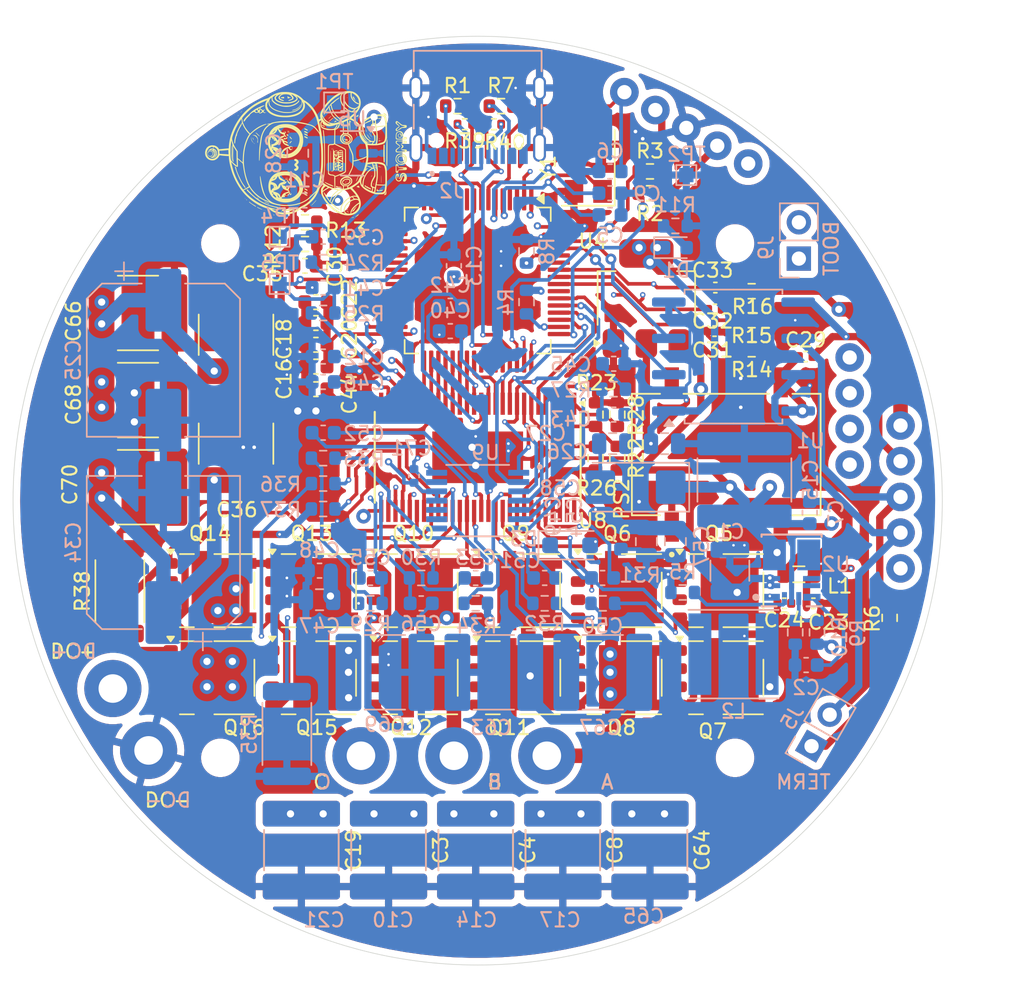
<source format=kicad_pcb>
(kicad_pcb (version 20240108) (generator "pcbnew") (generator_version "8.0")
  (layers (0 "F.Cu" signal "Front Layer") (1 "In1.Cu" power "Ground Plane") (2 "In2.Cu" mixed "Power Plane") (31 "B.Cu" signal "Bottom Layer") (34 "B.Paste" user) (35 "F.Paste" user) (36 "B.SilkS" user "B.Silkscreen") (37 "F.SilkS" user "F.Silkscreen") (38 "B.Mask" user) (39 "F.Mask" user) (44 "Edge.Cuts" user))
  (net 0 "")
  (net 1 "GND")
  (net 2 "DCBUS")
  (net 3 "Net-(U2-VCC)")
  (net 4 "Net-(U3-PH0)")
  (net 5 "/NRST")
  (net 6 "5V")
  (net 7 "Net-(U3-PH1)")
  (net 8 "AVCC")
  (net 9 "Net-(U3-VCAP_1)")
  (net 10 "Net-(U3-VCAP_2)")
  (net 11 "VCC")
  (net 12 "IGND")
  (net 13 "I-5V")
  (net 14 "/VBUS_S")
  (net 15 "/M0_ENC_A")
  (net 16 "/M0_ENC_B")
  (net 17 "/M0_ENC_Z")
  (net 18 "GVDD")
  (net 19 "/M0_SO1")
  (net 20 "/M0_SO2")
  (net 21 "Net-(U8-CP2)")
  (net 22 "Net-(U8-CP1)")
  (net 23 "Net-(U8-COMP)")
  (net 24 "Net-(U8-DVDD)")
  (net 25 "Net-(C45-Pad1)")
  (net 26 "Net-(U8-AVDD)")
  (net 27 "Net-(U8-BST_BK)")
  (net 28 "Net-(D3-K)")
  (net 29 "/Motor 0/SH_A")
  (net 30 "Net-(U8-BST_A)")
  (net 31 "/Motor 0/SH_B")
  (net 32 "Net-(U8-BST_B)")
  (net 33 "Net-(U8-BST_C)")
  (net 34 "/Motor 0/SH_C")
  (net 35 "Net-(U8-SN1)")
  (net 36 "Net-(U8-SN2)")
  (net 37 "Net-(D1-Pad2)")
  (net 38 "Net-(J2-CC1)")
  (net 39 "/USB_DM")
  (net 40 "/USB_DP")
  (net 41 "Net-(J2-CC2)")
  (net 46 "Net-(J3-Pin_4)")
  (net 47 "Net-(J3-Pin_2)")
  (net 48 "/SPI_CS")
  (net 49 "/CAN_L")
  (net 50 "/SPI_MOSI")
  (net 51 "/SPI_MISO")
  (net 52 "/CAN_H")
  (net 53 "/SPI_SCK")
  (net 54 "Net-(J5-Pin_1)")
  (net 55 "/Motor 0/SL_B")
  (net 56 "/Motor 0/SL_C")
  (net 57 "Net-(Q5-G)")
  (net 58 "Net-(Q6-G)")
  (net 59 "Net-(Q11-G)")
  (net 60 "Net-(Q10-G)")
  (net 61 "Net-(Q13-G)")
  (net 62 "Net-(Q14-G)")
  (net 63 "/SWCLK")
  (net 64 "/SWDIO")
  (net 65 "/PGOOD")
  (net 66 "Net-(U2-MODE_SYNC)")
  (net 67 "/BOOT0")
  (net 68 "Net-(U2-BIAS)")
  (net 69 "Net-(U8-VSENSE)")
  (net 70 "Net-(U8-SO1)")
  (net 71 "Net-(U8-SO2)")
  (net 72 "Net-(U8-DTC)")
  (net 73 "Net-(U8-RT_CLK)")
  (net 74 "/Motor 0/GH_A")
  (net 75 "/Motor 0/GL_A")
  (net 76 "/Motor 0/GL_B")
  (net 77 "/Motor 0/GH_B")
  (net 78 "/Motor 0/GH_C")
  (net 79 "/Motor 0/GL_C")
  (net 80 "Net-(U3-PA11)")
  (net 81 "Net-(U3-PA12)")
  (net 82 "/CAN_R")
  (net 83 "/CAN_D")
  (net 89 "/M0_BL")
  (net 96 "/M0_AH")
  (net 103 "/EN_GATE")
  (net 104 "/M0_DC_CAL")
  (net 106 "/nFAULT")
  (net 107 "/M0_AL")
  (net 108 "/M0_CL")
  (net 109 "/M0_CH")
  (net 115 "/M0_BH")
  (net 117 "/Motor 0/nOCTW")
  (net 124 "Net-(PS2-VIN)")
  (footprint "Package_SO:ONSemi_SO-8FL_488AA" (layer "F.Cu") (at 49.42375 72.2035)
    (property "Reference" "Q16")
    (property "Value" "~")
  )
  (footprint "Capacitor_SMD:C_2220_5750Metric" (layer "F.Cu") (at 61.9165 84.2685 -90)
    (property "Reference" "C3")
    (property "Value" "470uF")
  )
  (footprint "Package_SO:ONSemi_SO-8FL_488AA" (layer "F.Cu") (at 70.8065 66.1075)
    (property "Reference" "Q9")
    (property "Value" "~")
  )
  (footprint "IsolatedPower:CONV_B0505XT-1WR3-TR" (layer "F.Cu") (at 85.5385 56.5825 90)
    (property "Reference" "PS2")
    (property "Value" "B0505XT-1WR3-TR")
  )
  (footprint "Capacitor_SMD:C_2220_5750Metric" (layer "F.Cu") (at 44.3905 46.6765)
    (property "Reference" "C66")
    (property "Value" "470uF")
  )
  (footprint "Package_SO:ONSemi_SO-8FL_488AA" (layer "F.Cu") (at 63.64775 72.2035)
    (property "Reference" "Q12")
    (property "Value" "~")
  )
  (footprint "Resistor_SMD:R_0402_1005Metric" (layer "F.Cu") (at 67.2505 33.4685 180)
    (property "Reference" "R39")
    (property "Value" "22R")
  )
  (footprint "Capacitor_SMD:C_0603_1608Metric" (layer "F.Cu") (at 56.8365 52.0105)
    (property "Reference" "C44")
    (property "Value" "2.2µF")
  )
  (footprint "Hole-Mounts:Five-Hole" (layer "F.Cu") (at 97.7305 59.5505 90)
    (property "Reference" "J8" (hide yes))
    (property "Value" "Conn_01x05_Socket" (hide yes))
  )
  (footprint "Capacitor_SMD:C_2220_5750Metric" (layer "F.Cu") (at 51.2485 55.8205 90)
    (property "Reference" "C36")
    (property "Value" "470uF")
  )
  (footprint "Capacitor_SMD:C_0402_1005Metric" (layer "F.Cu") (at 84.7205 47.9465)
    (property "Reference" "C31")
    (property "Value" "22nF")
  )
  (footprint "Capacitor_SMD:C_0402_1005Metric" (layer "F.Cu") (at 91.0985 49.7245)
    (property "Reference" "C29")
    (property "Value" "10uF")
  )
  (footprint "Package_SO:ONSemi_SO-8FL_488AA" (layer "F.Cu") (at 56.53575 66.1075)
    (property "Reference" "Q13")
    (property "Value" "~")
  )
  (footprint "Capacitor_SMD:C_0603_1608Metric" (layer "F.Cu") (at 56.0745 43.3745 180)
    (property "Reference" "C30")
    (property "Value" "2.2µF")
  )
  (footprint "Resistor_SMD:R_0603_1608Metric" (layer "F.Cu") (at 96.9685 68.0125 90)
    (property "Reference" "R6")
    (property "Value" "120R")
  )
  (footprint "Resistor_SMD:R_0603_1608Metric" (layer "F.Cu") (at 87.3165 49.2165 180)
    (property "Reference" "R14")
    (property "Value" "3.3k")
  )
  (footprint "Capacitor_SMD:C_0402_1005Metric" (layer "F.Cu") (at 91.6345 66.9965)
    (property "Reference" "C23")
    (property "Value" "4.7uF")
  )
  (footprint "Package_SO:ONSemi_SO-8FL_488AA" (layer "F.Cu") (at 85.0305 66.1075)
    (property "Reference" "Q5")
    (property "Value" "~")
  )
  (footprint "Capacitor_SMD:C_2220_5750Metric" (layer "F.Cu") (at 51.2485 48.2005 90)
    (property "Reference" "C35")
    (property "Value" "470uF")
  )
  (footprint "Package_SO:ONSemi_SO-8FL_488AA" (layer "F.Cu") (at 77.9185 66.1075)
    (property "Reference" "Q6")
    (property "Value" "~")
  )
  (footprint "Package_SO:ONSemi_SO-8FL_488AA" (layer "F.Cu") (at 63.64775 66.1075)
    (property "Reference" "Q10")
    (property "Value" "~")
  )
  (footprint "Capacitor_SMD:C_0603_1608Metric" (layer "F.Cu") (at 56.8365 45.9145 180)
    (property "Reference" "C22")
    (property "Value" "0.1uF")
  )
  (footprint "Package_SO:ONSemi_SO-8FL_488AA" (layer "F.Cu") (at 49.42375 66.1075)
    (property "Reference" "Q14")
    (property "Value" "~")
  )
  (footprint "Package_TO_SOT_SMD:SOT-223" (layer "F.Cu") (at 79.9505 45.6605 90)
    (property "Reference" "U4")
    (property "Value" "LDL1117S33R")
  )
  (footprint "Capacitor_SMD:C_0603_1608Metric" (layer "F.Cu") (at 56.8365 47.3785 180)
    (property "Reference" "C20")
    (property "Value" "0.1uF")
  )
  (footprint "Capacitor_SMD:C_2220_5750Metric" (layer "F.Cu") (at 55.8205 84.2685 -90)
    (property "Reference" "C19")
    (property "Value" "470uF")
  )
  (footprint "MountingHole:MountingHole_2.2mm_M2" (layer "F.Cu") (at 86.1525 41.8085)
    (property "Reference" "H4" (hide yes))
    (property "Value" "MountingHole" (hide yes))
  )
  (footprint "Hole-Mounts:Five-Hole" (layer "F.Cu") (at 82.7445 33.7225 150)
    (property "Reference" "J3" (hide yes))
    (property "Value" "Conn_01x05_Socket" (hide yes))
  )
  (footprint "Package_SO:HTSSOP-56-1EP_6.1x14mm_P0.5mm_EP3.61x6.35mm" (layer "F.Cu") (at 68.1525 56.7765 -90)
    (property "Reference" "U8")
    (property "Value" "~")
  )
  (footprint "Capacitor_SMD:C_2220_5750Metric" (layer "F.Cu") (at 74.1085 84.2685 -90)
    (property "Reference" "C8")
    (property "Value" "470uF")
  )
  (footprint "Hole-Mounts:Nine-Hole" (layer "F.Cu") (at 94.1745 53.7885 90)
    (property "Reference" "J10" (hide yes))
    (property "Value" "Conn_01x04_Socket" (hide yes))
  )
  (footprint "Capacitor_SMD:C_0402_1005Metric" (layer "F.Cu") (at 89.6025 66.9965 180)
    (property "Reference" "C24")
    (property "Value" "4.7uF")
  )
  (footprint "Resistor_SMD:R_0603_1608Metric" (layer "F.Cu") (at 76.3945 56.8365 90)
    (property "Reference" "R26")
    (property "Value" "18k")
  )
  (footprint "Hole-Mounts:Three-Hole" (layer "F.Cu") (at 66.4885 77.6645)
    (property "Reference" "J7" (hide yes))
    (property "Value" "Screw_Terminal_01x03")
  )
  (footprint "Capacitor_SMD:C_0603_1608Metric" (layer "F.Cu") (at 56.8365 48.9025 180)
    (property "Reference" "C18")
    (property "Value" "0.1uF")
  )
  (footprint "Capacitor_SMD:C_2220_5750Metric" (layer "F.Cu") (at 44.3905 58.8685)
    (property "Reference" "C70")
    (property "Value" "470uF")
  )
  (footprint "Resistor_SMD:R_0603_1608Metric" (layer "F.Cu") (at 80.2045 38.2945 180)
    (property "Reference" "R2")
    (property "Value" "22R")
  )
  (footprint "Resistor_SMD:R_0603_1608Metric" (layer "F.Cu") (at 80.2045 36.7705)
    (property "Reference" "R3")
    (property "Value" "22R")
  )
  (footprint "Package_SO:ONSemi_SO-8FL_488AA" (layer "F.Cu") (at 77.9185 72.2035)
    (property "Reference" "Q8")
    (property "Value" "~")
  )
  (footprint "Capacitor_SMD:C_2220_5750Metric" (layer "F.Cu") (at 68.0125 84.2685 -90)
    (property "Reference" "C4")
    (property "Value" "470uF")
  )
  (footprint "MountingHole:MountingHole_2.2mm_M2" (layer "F.Cu") (at 86.1525 77.8085)
    (property "Reference" "H3" (hide yes))
    (property "Value" "MountingHole" (hide yes))
  )
  (footprint "Resistor_SMD:R_2512_6332Metric" (layer "F.Cu") (at 43.1205 66.149 90)
    (property "Reference" "R38")
    (property "Value" "500uOhm")
  )
  (footprint "Capacitor_SMD:C_2220_5750Metric" (layer "F.Cu") (at 80.2045 84.2685 -90)
    (property "Reference" "C64")
    (property "Value" "470uF")
  )
  (footprint "Crystal:Crystal_SMD_5032-4Pin_5.0x3.2mm" (layer "F.Cu") (at 75.8865 36.5165 90)
    (property "Reference" "Y1")
    (property "Value" "ABM3B-8.000MHZ-10-1-U-T")
  )
  (footprint "Package_SO:ONSemi_SO-8FL_488AA" (layer "F.Cu") (at 56.53575 72.2035)
    (property "Reference" "Q15")
    (property "Value" "~")
  )
  (footprint "Capacitor_SMD:C_0402_1005Metric" (layer "F.Cu") (at 84.7765 44.8985)
    (property "Reference" "C33")
    (property "Value" "22nF")
  )
  (footprint "Inductor_SMD:L_0805_2012Metric" (layer "F.Cu") (at 90.6185 64.9645 180)
    (property "Reference" "L1")
    (property "Value" "6.8uH")
  )
  (footprint "Resistor_SMD:R_0603_1608Metric" (layer "F.Cu") (at 87.3165 47.1845 180)
    (property "Reference" "R15")
    (property "Value" "3.3k")
  )
  (footprint "Capacitor_SMD:C_2220_5750Metric" (layer "F.Cu") (at 44.3905 52.7725)
    (property "Reference" "C68")
    (property "Value" "470uF")
  )
  (footprint "Resistor_SMD:R_0603_1608Metric" (layer "F.Cu") (at 56.0745 41.8505)
    (property "Reference" "R12")
    (property "Value" "18K")
  )
  (footprint "Package_SO:ONSemi_SO-8FL_488AA" (layer "F.Cu") (at 85.0305 72.2035)
    (property "Reference" "Q7")
    (property "Value" "~")
  )
  (footprint "MountingHole:MountingHole_2.2mm_M2" (layer "F.Cu") (at 50.1525 77.8085)
    (property "Reference" "H1" (hide yes))
    (property "Value" "MountingHole" (hide yes))
  )
  (footprint "Hole-Mounts:Two-Hole" (layer "F.Cu") (at 43.8825 75.1245 120)
    (property "Reference" "J1" (hide yes))
    (property "Value" "Screw_Terminal_01x02" (hide yes))
  )
  (footprint "Capacitor_SMD:C_0402_1005Metric" (layer "F.Cu") (at 84.7485 46.4225)
    (property "Reference" "C32")
    (property "Value" "22nF")
  )
  (footprint "Resistor_SMD:R_0603_1608Metric" (layer "F.Cu") (at 66.7425 32.1985)
    (property "Reference" "R1")
    (property "Value" "5.1k")
  )
  (footprint "Resistor_SMD:R_0402_1005Metric" (layer "F.Cu") (at 69.2825 33.4685)
    (property "Reference" "R40")
    (property "Value" "22R")
  )
  (footprint "Resistor_SMD:R_0603_1608Metric" (layer "F.Cu") (at 77.9185 56.8365 90)
    (property "Reference" "R22")
    (property "Value" "18k")
  )
  (footprint "Resistor_SMD:R_0603_1608Metric" (layer "F.Cu") (at 87.3165 45.1525 180)
    (property "Reference" "R16")
    (property "Value" "3.3k")
  )
  (footprint "Stompy:biggerstompy" (layer "F.Cu") (at 56.134 35.56 90)
    (property "Reference" "G***" (hide yes))
    (property "Value" "LOGO" (hide yes))
  )
  (footprint "Resistor_SMD:R_0603_1608Metric" (layer "F.Cu") (at 77.9185 53.7885 90)
    (property "Reference" "R28")
    (property "Value" "220k")
  )
  (footprint "Resistor_SMD:R_0603_1608Metric" (layer "F.Cu") (at 69.7905 32.1985)
    (property "Reference" "R7")
    (property "Value" "5.1k")
  )
  (footprint "Resistor_SMD:R_0603_1608Metric" (layer "F.Cu") (at 76.3945 53.7885 90)
    (property "Reference" "R23")
    (property "Value" "3.3k")
  )
  (footprint "Package_QFP:LQFP-64_10x10mm_P0.5mm" (layer "F.Cu") (at 68.1525 44.4025 -90)
    (property "Reference" "U3" (hide yes))
    (property "Value" "STM32F405RGTx")
  )
  (footprint "Package_SO:ONSemi_SO-8FL_488AA" (layer "F.Cu") (at 70.8235 72.2035)
    (property "Reference" "Q11")
    (property "Value" "~")
  )
  (footprint "Resistor_SMD:R_0603_1608Metric" (layer "F.Cu") (at 56.0745 40.3265 180)
    (property "Reference" "R13")
    (property "Value" "1k")
  )
  (footprint "Capacitor_SMD:C_0603_1608Metric" (layer "F.Cu") (at 56.8365 50.4265 180)
    (property "Reference" "C16")
    (property "Value" "0.1uF")
  )
  (footprint "MountingHole:MountingHole_2.2mm_M2" (layer "F.Cu") (at 50.1525 41.8085)
    (property "Reference" "H2" (hide yes))
    (property "Value" "MountingHole" (hide yes))
  )
  (footprint "Resistor_SMD:R_0603_1608Metric" (layer "B.Cu") (at 71.5685 45.9145 -90)
    (property "Reference" "R4")
    (property "Value" "10k")
  )
  (footprint "Capacitor_SMD:C_0805_2012Metric" (layer "B.Cu") (at 79.9505 62.6785 -90)
    (property "Reference" "C54")
    (property "Value" "4.7uF")
  )
  (footprint "Capacitor_SMD:C_0603_1608Metric" (layer "B.Cu") (at 77.4105 36.7705 180)
    (property "Reference" "C6")
    (property "Value" "0.1uF")
  )
  (footprint "Capacitor_SMD:C_2220_5750Metric" (layer "B.Cu") (at 55.8205 84.2685 -90)
    (property "Reference" "C21")
    (property "Value" "470uF")
  )
  (footprint "Inductor_SMD:L_Taiyo-Yuden_NR-60xx" (layer "B.Cu") (at 86.0465 70.5525)
    (property "Reference" "L2")
    (property "Value" "22uH")
  )
  (footprint "Capacitor_SMD:C_0603_1608Metric" (layer "B.Cu") (at 76.8895 65.2185)
    (property "Reference" "C50")
    (property "Value" "0.1uF")
  )
  (footprint "Resistor_SMD:R_0603_1608Metric" (layer "B.Cu") (at 68.0125 66.9965 180)
    (property "Reference" "R34")
    (property "Value" "2.2R")
  )
  (footprint "Capacitor_SMD:C_0603_1608Metric" (layer "B.Cu") (at 57.3445 51.5025 180)
    (property "Reference" "C46")
    (property "Value" "2.2µF")
  )
  (footprint "Capacitor_SMD:C_1210_3225Metric" (layer "B.Cu") (at 85.7925 64.7105 90)
    (property "Reference" "C1")
    (property "Value" "2.2uF")
  )
  (footprint "Capacitor_SMD:CP_Elec_10x10.5" (layer "B.Cu") (at 46.1685 63.4405 90)
    (property "Reference" "C34")
    (property "Value" "120uF")
  )
  (footprint "Capacitor_SMD:C_0603_1608Metric" (layer "B.Cu") (at 77.6645 53.7885)
    (property "Reference" "C43")
    (property "Value" "82pF")
  )
  (footprint "Resistor_SMD:R_0603_1608Metric" (layer "B.Cu") (at 90.3645 69.0285 -90)
    (property "Reference" "R10")
    (property "Value" "10k")
  )
  (footprint "Capacitor_SMD:C_0603_1608Metric" (layer "B.Cu") (at 91.3805 60.6465 90)
    (property "Reference" "C7")
    (property "Value" "2.2µF")
  )
  (footprint "Capacitor_SMD:C_2220_5750Metric" (layer "B.Cu") (at 74.1085 84.2685 -90)
    (property "Reference" "C17")
    (property "Value" "470uF")
  )
  (footprint "Capacitor_SMD:CP_Elec_10x10.5" (layer "B.Cu") (at 46.1685 49.9785 -90)
    (property "Reference" "C25")
    (property "Value" "120uF")
  )
  (footprint "Capacitor_SMD:C_0805_2012Metric" (layer "B.Cu") (at 55.5665 35.5005 -90)
    (property "Reference" "C28")
    (property "Value" "4.7uF")
  )
  (footprint "Capacitor_SMD:C_0603_1608Metric" (layer "B.Cu") (at 66.4885 43.3745 90)
    (property "Reference" "C13")
    (property "Value" "2.2µF")
  )
  (footprint "Diode_SMD:D_SOD-123F" (layer "B.Cu") (at 74.6165 62.9325)
    (property "Reference" "D3")
    (property "Value" "D")
  )
  (footprint "Resistor_SMD:R_0603_1608Metric" (layer "B.Cu") (at 57.3445 46.6765 180)
    (property "Reference" "R25")
    (property "Value" "22R")
  )
  (footprint "Capacitor_SMD:C_0603_1608Metric" (layer "B.Cu") (at 64.2025 66.9965)
    (property "Reference" "C56")
    (property "Value" "2200pF")
  )
  (footprint "Resistor_SMD:R_0603_1608Metric" (layer "B.Cu") (at 57.3445 43.1205 180)
    (property "Reference" "R24")
    (property "Value" "22R")
  )
  (footprint "Capacitor_SMD:C_2220_5750Metric" (layer "B.Cu") (at 61.6625 71.8225)
    (property "Reference" "C69")
    (property "Value" "470uF")
  )
  (footprint "Capacitor_SMD:C_0603_1608Metric" (layer "B.Cu") (at 57.3445 44.8985 180)
    (property "Reference" "C41")
    (property "Value" "2200pF")
  )
  (footprint "Resistor_SMD:R_0603_1608Metric" (layer "B.Cu") (at 57.3445 60.3925 180)
    (property "Reference" "R37")
    (property "Value" "2.2R")
  )
  (footprint "Capacitor_SMD:C_0603_1608Metric" (layer "B.Cu") (at 57.3445 55.0585 180)
    (property "Reference" "C52")
    (property "Value" "0.1uF")
  )
  (footprint "Capacitor_SMD:C_0603_1608Metric" (layer "B.Cu") (at 72.8385 65.2185 180)
    (property "Reference" "C51")
    (property "Value" "0.1uF")
  )
  (footprint "Capacitor_SMD:C_2225_5664Metric" (layer "B.Cu") (at 86.8085 58.363 90)
    (property "Reference" "C15")
    (property "Value" "22uf")
  )
  (footprint "AMS:SOP65P640X120-14N" (layer "B.Cu") (at 68.1525 59.8085 180)
    (property "Reference" "U9")
    (property "Value" "AS5047P-ATSM")
  )
  (footprint "Capacitor_SMD:C_0603_1608Metric" (layer "B.Cu") (at 60.6465 65.2185 180)
    (property "Reference" "C55")
    (property "Value" "2200pF")
  )
  (footprint "Capacitor_SMD:C_0603_1608Metric" (layer "B.Cu") (at 57.0905 64.7105 180)
    (property "Reference" "C48")
    (property "Value" "0.1uF")
  )
  (footprint "Resistor_SMD:R_0603_1608Metric" (layer "B.Cu") (at 77.6645 52.0105)
    (property "Reference" "R27")
    (property "Value" "47K")
  )
  (footprint "Resistor_SMD:R_0603_1608Metric" (layer "B.Cu") (at 91.8885 69.0285 90)
    (property "Reference" "R9")
    (property "Value" "40.2k")
  )
  (footprint "TestPoint:TestPoint_Pad_1.0x1.0mm" (layer "B.Cu") (at 54.2965 41.3425 180)
    (property "Reference" "TP4")
    (property "Value" "TESTPOINT")
  )
  (footprint "Capacitor_SMD:C_0805_2012Metric" (layer "B.Cu") (at 77.5985 55.8205 180)
    (property "Reference" "C27")
    (property "Value" "4.7uF")
  )
  (footprint "Capacitor_SMD:C_2220_5750Metric" (layer "B.Cu") (at 76.9025 71.8225 180)
    (property "Reference" "C67")
    (property "Value" "470uF")
  )
  (footprint "Capacitor_SMD:C_0603_1608Metric" (layer "B.Cu") (at 77.4105 39.8185)
    (property "Reference" "C5")
    (property "Value" "10pF")
  )
  (footprint "Resistor_SMD:R_0603_1608Metric" (layer "B.Cu") (at 64.2025 65.2185 180)
    (property "Reference" "R30")
    (property "Value" "120R")
  )
  (footprint "Capacitor_SMD:C_0603_1608Metric" (layer "B.Cu") (at 77.6645 50.2325)
    (property "Reference" "C45")
    (property "Value" "270pF")
  )
  (footprint "Capacitor_SMD:C_0603_1608Metric" (layer "B.Cu") (at 77.4105 38.2945)
    (property "Reference" "C9")
    (property "Value" "10pF")
  )
  (footprint "Capacitor_SMD:C_2220_5750Metric" (layer "B.Cu") (at 69.2825 71.8225 180)
    (property "Reference" "C63")
    (property "Value" "470uF")
  )
  (footprint "TestPoint:TestPoint_Pad_1.0x1.0mm" (layer "B.Cu") (at 82.7445 37.0245 180)
    (property "Reference" "TP2")
    (property "Value" "TESTPOINT")
  )
  (footprint "TestPoint:TestPoint_Pad_1.0x1.0mm" (layer "B.Cu") (at 58.1065 31.9445 180)
    (property "Reference" "TP1")
    (property "Value" "TESTPOINT")
  )
  (footprint "Capacitor_SMD:C_0603_1608Metric" (layer "B.Cu") (at 57.3445 49.7245 180)
    (property "Reference" "C12")
    (property "Value" "2.2µF")
  )
  (footprint "Package_SO:SOP-8_6.62x9.15mm_P2.54mm" (layer "B.Cu") (at 86.0465 49.7245)
    (property "Reference" "U1")
    (property "Value" "ISO1050DUB")
  )
  (footprint "Capacitor_SMD:C_0402_1005Metric" (layer "B.Cu") (at 63.6945 58.0785 90)
    (property "Reference" "C71")
    (property "Value" "100nF")
  )
  (footprint "Capacitor_SMD:C_0603_1608Metric" (layer "B.Cu") (at 66.2345 47.9465 180)
    (property "Reference" "C40")
    (property "Value" "2.2µF")
  )
  (footprint "Resistor_SMD:R_0603_1608Metric" (layer "B.Cu") (at 71.5685 42.3585 90)
    (property "Reference" "R8")
    (property "Value" "47K")
  )
  (footprint "Capacitor_SMD:C_0805_2012Metric" (layer "B.Cu") (at 57.0905 66.7425 180)
    (property "Reference" "C47")
    (property "Value" "4.7uF")
  )
  (footprint "Diode_SMD:D_0603_1608Metric" (layer "B.Cu") (at 81.9825 42.1045)
    (property "Reference" "D1")
    (property "Value" "LTST-C190KGKT")
  )
  (footprint "Capacitor_Tantalum_SMD:CP_EIA-6032-28_Kemet-C" (layer "B.Cu") (at 79.1885 58.8685 180)
    (property "Reference" "C58")
    (property "Value" "68uF")
  )
  (footprint "TestPoint:TestPoint_Pad_1.0x1.0mm" (layer "B.Cu") (at 54.2965 44.6445 180)
    (property "Reference" "TP5")
    (property "Value" "TESTPOINT")
  )
  (footprint "Connector_PinHeader_2.54mm:PinHeader_1x02_P2.54mm_Vertical" (layer "B.Cu") (at 90.6185 42.8715)
    (property "Reference" "J9")
    (property "Value" "Conn_01x02_Pin" (hide yes))
  )
  (footprint "Resistor_SMD:R_0603_1608Metric" (layer "B.Cu") (at 60.6465 66.9965)
    (property "Reference" "R29")
    (property "Value" "120R")
  )
  (footprint "Capacitor_SMD:C_0603_1608Metric" (layer "B.Cu") (at 66.2345 46.1685 180)
    (property "Reference" "C42")
    (property "Value" "0.022µF")
  )
  (footprint "Resistor_SMD:R_0603_1608Metric" (layer "B.Cu") (at 72.8385 66.9965)
    (property "Reference" "R32")
    (property "Value" "2.2R")
  )
  (footprint "Capacitor_SMD:C_2220_5750Metric" (layer "B.Cu") (at 68.0125 84.2685 -90)
    (property "Reference" "C14")
    (property "Value" "470uF")
  )
  (footprint "Resistor_SMD:R_2512_6332Metric" (layer "B.Cu") (at 54.8045 76.1405 -90)
    (property "Reference" "R35")
    (property "Value" "500uOhm")
  )
  (footprint "Resistor_SMD:R_0603_1608Metric" (layer "B.Cu") (at 81.9825 40.5805)
    (property "Reference" "R11")
    (property "Value" "1k")
  )
  (footprint "Capacitor_SMD:C_0603_1608Metric" (layer "B.Cu") (at 68.0125 65.2185 180)
    (property "Reference" "C53")
    (property "Value" "0.1uF")
  )
  (footprint "Capacitor_SMD:C_0805_2012Metric" (layer "B.Cu") (at 81.2205 55.8205)
    (property "Reference" "C26")
    (property "Value" "4.7uF")
  )
  (footprint "Resistor_SMD:R_0603_1608Metric" (layer "B.Cu") (at 82.4905 66.2345 180)
    (property "Reference" "R5")
    (property "Value" "11.3k")
  )
  (footprint "Connector_PinHeader_2.54mm:PinHeader_1x02_P2.54mm_Vertical" (layer "B.Cu") (at 91.505 76.990682 -30)
    (property "Reference" "J5")
    (property "Value" "Conn_01x02_Pin" (hide yes))
  )
  (footprint "Capacitor_SMD:C_0603_1608Metric" (layer "B.Cu") (at 57.3445 41.3425 180)
    (property "Reference" "C39")
    (property "Value" "2200pF")
  )
  (footprint "Resistor_SMD:R_0603_1608Metric" (layer "B.Cu") (at 57.3445 56.8365)
    (property "Reference" "R33")
    (property "Value" "2.2R")
  )
  (footprint "5VPower:RDN0011A-MFG" (layer "B.Cu") (at 90.1105 64.6089)
    (property "Reference" "U2")
    (property "Value" "TPSM365R6FRDNR")
  )
  (footprint "USB-C:HRO_TYPE-C-31-M-12" (layer "B.Cu") (at 68.1525 30.9285)
    (property "Reference" "J2")
    (property "Value" "TYPE-C-31-M-12")
  )
  (footprint "Capacitor_SMD:C_0603_1608Metric" (layer "B.Cu") (at 91.1265 71.3145 180)
    (property "Reference" "C2")
    (property "Value" "1uF")
  )
  (footprint "Package_TO_SOT_SMD:SOT-23-5" (layer "B.Cu") (at 59.3765 35.5005 180)
    (property "Reference" "U5")
    (property "Value" "LP5907MFX-3.3_NOPB")
  )
  (footprint "Capacitor_SMD:C_0603_1608Metric" (layer "B.Cu") (at 56.0615 38.8025 180)
    (property "Reference" "C11")
    (property "Value" "0.1uF")
  )
  (footprint "Capacitor_SMD:C_2220_5750Metric" (layer "B.Cu") (at 80.2045 84.2685 -90)
    (property "Reference" "C65")
    (property "Value" "470uF")
  )
  (footprint "Capacitor_SMD:C_0805_2012Metric" (layer "B.Cu") (at 81.9825 62.6785 -90)
    (property "Reference" "C57")
    (property "Value" "4.7uF")
  )
  (footprint "Resistor_SMD:R_0603_1608Metric" (layer "B.Cu") (at 76.9025 66.9965 180)
    (property "Reference" "R31")
    (property "Value" "2.2R")
  )
  (footprint "Resistor_SMD:R_0603_1608Metric" (layer "B.Cu") (at 57.3445 58.6145)
    (property "Reference" "R36")
    (property "Value" "2.2R")
  )
  (footprint "Capacitor_SMD:C_2220_5750Metric" (layer "B.Cu") (at 61.9165 84.2685 -90)
    (property "Reference" "C10")
    (property "Value" "470uF")
  )
  (footprint "Capacitor_SMD:C_0603_1608Metric" (layer "B.Cu") (at 78.1725 62.4245 -90)
    (property "Reference" "C49")
    (property "Value" "0.1uF")
  )
  (gr_circle (center 68.1525 59.8085) (end 100.6525 59.8085) (stroke (width 0.05)) (fill none) (layer "Edge.Cuts"))
  (gr_text "B" (at 69.342 79.502 -0) (layer "B.SilkS") (effects (font (size 1 1)) (justify mirror)))
  (gr_text "DC+" (at 39.878 70.358 -0) (layer "B.SilkS") (effects (font (size 1 1)) (justify mirror)))
  (gr_text "BOOT" (at 93.472 40.132 90) (layer "B.SilkS") (effects (font (size 1 1)) (justify left bottom mirror)))
  (gr_text "A" (at 77.216 79.502 -0) (layer "B.SilkS") (effects (font (size 1 1)) (justify mirror)))
  (gr_text "C" (at 57.404 79.502 -0) (layer "B.SilkS") (effects (font (size 1 1)) (justify mirror)))
  (gr_text "DC-" (at 46.482 80.772 -0) (layer "B.SilkS") (effects (font (size 1 1)) (justify mirror)))
  (gr_text "TERM" (at 90.932 79.502 0) (layer "B.SilkS") (effects (font (size 1 1)) (justify mirror)))
  (gr_text "A" (at 77.216 79.502 0) (layer "F.SilkS") (effects (font (size 1 1))))
  (gr_text "B" (at 69.342 79.502 0) (layer "F.SilkS") (effects (font (size 1 1))))
  (gr_text "DC-" (at 46.482 80.772 0) (layer "F.SilkS") (effects (font (size 1 1))))
  (gr_text "C" (at 57.15 79.502 0) (layer "F.SilkS") (effects (font (size 1 1))))
  (gr_text "DC+" (at 39.878 70.358 0) (layer "F.SilkS") (effects (font (size 1 1))))
  (segment (start 75.0605 41.1525) (end 75.6325 40.5805) (width 0.2032) (layer "F.Cu") (net 1))
  (segment (start 55.18179 44.563346) (end 55.516944 44.8985) (width 0.2032) (layer "F.Cu") (net 1))
  (segment (start 62.9704 59.09462) (end 62.9704 58.64238) (width 0.254) (layer "F.Cu") (net 1))
  (segment (start 55.2995 43.3745) (end 55.18179 43.49221) (width 0.2032) (layer "F.Cu") (net 1))
  (segment (start 61.9025 59.623621) (end 61.9025 60.5265) (width 0.254) (layer "F.Cu") (net 1))
  (segment (start 62.1705 58.1065) (end 61.8786 58.3984) (width 0.254) (layer "F.Cu") (net 1))
  (segment (start 85.2285 46.4225) (end 85.2431 46.4079) (width 0.2032) (layer "F.Cu") (net 1))
  (segment (start 68.9025 59.2485) (end 69.0285 59.1225) (width 0.2032) (layer "F.Cu") (net 1))
  (segment (start 66.4025 38.7275) (end 66.4025 37.881908) (width 0.254) (layer "F.Cu") (net 1))
  (segment (start 86.904812 46.4079) (end 87.1931 46.696188) (width 0.2032) (layer "F.Cu") (net 1))
  (segment (start 85.2431 46.4079) (end 86.904812 46.4079) (width 0.2032) (layer "F.Cu") (net 1))
  (segment (start 61.3445 41.1525) (end 60.9005 41.5965) (width 0.254) (layer "F.Cu") (net 1))
  (segment (start 61.10658 58.3984) (end 60.055749 59.449231) (width 0.254) (layer "F.Cu") (net 1))
  (segment (start 66.4025 37.881908) (end 66.146092 37.6255) (width 0.254) (layer "F.Cu") (net 1))
  (segment (start 73.8275 41.1525) (end 72.7745 41.1525) (width 0.2032) (layer "F.Cu") (net 1))
  (segment (start 62.43452 58.1065) (end 62.1705 58.1065) (width 0.254) (layer "F.Cu") (net 1))
  (segment (start 87.1931 48.2005) (end 87.1931 50.6099) (width 0.2032) (layer "F.Cu") (net 1))
  (segment (start 62.9025 59.16252) (end 62.9704 59.09462) (width 0.254) (layer "F.Cu") (net 1))
  (segment (start 89.1225 67.976598) (end 87.816598 69.2825) (width 0.2032) (layer "F.Cu") (net 1))
  (segment (start 66.146092 37.6255) (end 63.8555 37.6255) (width 0.254) (layer "F.Cu") (net 1))
  (segment (start 87.1931 46.696188) (end 87.1931 48.2005) (width 0.2032) (layer "F.Cu") (net 1))
  (segment (start 75.17125 64.2025) (end 76.131055 65.162305) (width 0.2032) (layer "F.Cu") (net 1))
  (segment (start 87.1931 50.6099) (end 86.5545 51.2485) (width 0.2032) (layer "F.Cu") (net 1))
  (segment (start 61.936373 59.132248) (end 61.936373 59.589748) (width 0.254) (layer "F.Cu") (net 1))
  (segment (start 60.055749 59.732251) (end 58.5427 61.2453) (width 0.254) (layer "F.Cu") (net 1))
  (segment (start 61.8786 59.074475) (end 61.936373 59.132248) (width 0.254) (layer "F.Cu") (net 1))
  (segment (start 89.1225 66.9965) (end 89.1225 67.976598) (width 0.2032) (layer "F.Cu") (net 1))
  (segment (start 55.18179 43.49221) (end 55.18179 44.563346) (width 0.2032) (layer "F.Cu") (net 1))
  (segment (start 68.9025 60.5265) (end 68.9025 59.2485) (width 0.2032) (layer "F.Cu") (net 1))
  (segment (start 85.2005 47.9465) (end 85.4545 48.2005) (width 0.2032) (layer "F.Cu") (net 1))
  (segment (start 62.9025 60.5265) (end 62.9025 59.16252) (width 0.254) (layer "F.Cu") (net 1))
  (segment (start 85.2565 46.3945) (end 85.2285 46.4225) (width 0.2032) (layer "F.Cu") (net 1))
  (segment (start 85.2565 44.8985) (end 85.2565 46.3945) (width 0.2032) (layer "F.Cu") (net 1))
  (segment (start 72.7745 41.1525) (end 72.5845 41.3425) (width 0.2032) (layer "F.Cu") (net 1))
  (segment (start 61.936373 59.589748) (end 61.9025 59.623621) (width 0.254) (layer "F.Cu") (net 1))
  (segment (start 76.131055 65.162305) (end 76.131055 66.0713) (width 0.2032) (layer "F.Cu") (net 1))
  (segment (start 58.5427 61.2453) (end 58.338273 61.2453) (width 0.254) (layer "F.Cu") (net 1))
  (segment (start 61.8786 58.3984) (end 61.8786 59.074475) (width 0.254) (layer "F.Cu") (net 1))
  (segment (start 62.4775 41.1525) (end 61.3445 41.1525) (width 0.254) (layer "F.Cu") (net 1))
  (segment (start 61.8786 58.3984) (end 61.10658 58.3984) (width 0.254) (layer "F.Cu") (net 1))
  (segment (start 60.055749 59.449231) (end 60.055749 59.732251) (width 0.254) (layer "F.Cu") (net 1))
  (segment (start 73.8275 41.1525) (end 75.0605 41.1525) (width 0.2032) (layer "F.Cu") (net 1))
  (segment (start 87.816598 69.2825) (end 86.8085 69.2825) (width 0.2032) (layer "F.Cu") (net 1))
  (segment (start 85.4545 48.2005) (end 87.1931 48.2005) (width 0.2032) (layer "F.Cu") (net 1))
  (segment (start 55.516944 44.8985) (end 56.5825 44.8985) (width 0.2032) (layer "F.Cu") (net 1))
  (segment (start 63.8555 37.6255) (end 63.6945 37.7865) (width 0.254) (layer "F.Cu") (net 1))
  (segment (start 62.9704 58.64238) (end 62.43452 58.1065) (width 0.254) (layer "F.Cu") (net 1))
  (via (at 78.1725 48.9625) (size 0.3556) (drill 0.1778) (layers "F.Cu" "B.Cu") (net 1))
  (via (at 90.3645 47.1845) (size 0.3556) (drill 0.1778) (layers "F.Cu" "B.Cu") (net 1))
  (via (at 61.9165 71.3145) (size 0.3556) (drill 0.1778) (layers "F.Cu" "B.Cu") (net 1))
  (via (at 75.8865 50.9945) (size 0.508) (drill 0.254) (layers "F.Cu" "B.Cu") (net 1))
  (via (at 63.6945 37.7865) (size 0.508) (drill 0.254) (layers "F.Cu" "B.Cu") (net 1))
  (via (at 68.0125 55.3125) (size 0.381) (drill 0.1905) (layers "F.Cu" "B.Cu") (net 1))
  (via (at 52.5185 56.0745) (size 0.508) (drill 0.254) (layers "F.Cu" "B.Cu") (net 1))
  (via (at 72.5845 41.3425) (size 0.3556) (drill 0.1778) (layers "F.Cu" "B.Cu") (net 1))
  (via (at 78.9345 53.0265) (size 0.508) (drill 0.254) (layers "F.Cu" "B.Cu") (net 1))
  (via (at 86.8085 69.2825) (size 0.3556) (drill 0.1778) (layers "F.Cu" "B.Cu") (net 1))
  (via (at 79.4425 59.8845) (size 0.508) (drill 0.254) (layers "F.Cu" "B.Cu") (net 1))
  (via (at 86.8085 62.9325) (size 0.3556) (drill 0.1778) (layers "F.Cu" "B.Cu") (net 1))
  (via (at 70.2985 56.3285) (size 0.381) (drill 0.1905) (layers "F.Cu" "B.Cu") (net 1))
  (via (at 58.338273 61.2453) (size 0.3556) (drill 0.1778) (layers "F.Cu" "B.Cu") (net 1))
  (via (at 70.2985 55.8205) (size 0.381) (drill 0.1905) (layers "F.Cu" "B.Cu") (net 1))
  (via (at 79.6965 34.4845) (size 0.508) (drill 0.254) (layers "F.Cu" "B.Cu") (net 1))
  (via (at 54.8045 50.9945) (size 0.3556) (drill 0.1778) (layers "F.Cu" "B.Cu") (net 1))
  (via (at 54.8045 65.2185) (size 0.381) (drill 0.1905) (layers "F.Cu" "B.Cu") (net 1))
  (via (at 56.5825 44.8985) (size 0.3556) (drill 0.1778) (layers "F.Cu" "B.Cu") (net 1))
  (via (at 67.7585 56.0745) (size 1.016) (drill 0.508) (layers "F.Cu" "B.Cu") (net 1))
  (via (at 54.8045 49.9785) (size 0.3556) (drill 0.1778) (layers "F.Cu" "B.Cu") (net 1))
  (via (at 81.4745 64.9645) (size 0.381) (drill 0.1905) (layers "F.Cu" "B.Cu") (net 1))
  (via (at 54.8045 49.2165) (size 0.3556) (drill 0.1778) (layers "F.Cu" "B.Cu") (net 1))
  (via (at 79.1885 33.9765) (size 0.508) (drill 0.254) (layers "F.Cu" "B.Cu") (net 1))
  (via (at 63.9485 56.8365) (size 0.381) (drill 0.1905) (layers "F.Cu" "B.Cu") (net 1))
  (via (at 86.5545 53.2805) (size 0.508) (drill 0.254) (layers "F.Cu" "B.Cu") (net 1))
  (via (at 75.17125 70.2985) (size 0.3556) (drill 0.1778) (layers "F.Cu" "B.Cu") (net 1))
  (via (at 75.6325 40.5805) (size 0.3556) (drill 0.1778) (layers "F.Cu" "B.Cu") (net 1))
  (via (at 44.1365 54.2965) (size 1.016) (drill 0.508) (layers "F.Cu" "B.Cu") (net 1))
  (via (at 69.7905 43.3745) (size 0.3556) (drill 0.1778) (layers "F.Cu" "B.Cu") (net 1))
  (via (at 93.4125 65.4725) (size 0.3556) (drill 0.1778) (layers "F.Cu" "B.Cu") (net 1))
  (via (at 64.7105 32.9605) (size 0.3556) (drill 0.1778) (layers "F.Cu" "B.Cu") (net 1))
  (via (at 69.7905 42.3585) (size 0.3556) (drill 0.1778) (layers "F.Cu" "B.Cu") (net 1))
  (via (at 76.3945 62.6785) (size 0.381) (drill 0.1905) (layers "F.Cu" "B.Cu") (net 1))
  (via (at 44.1365 52.2645) (size 1.016) (drill 0.508) (layers "F.Cu" "B.Cu") (net 1))
  (via (at 59.8845 50.7405) (size 0.508) (drill 0.254) (layers "F.Cu" "B.Cu") (net 1))
  (via (at 56.8365 53.5345) (size 1.016) (drill 0.508) (layers "F.Cu" "B.Cu") (net 1))
  (via (at 70.8065 30.9285) (size 0.3556) (drill 0.1778) (layers "F.Cu" "B.Cu") (net 1))
  (via (at 69.0285 59.1225) (size 0.3556) (drill 0.1778) (layers "F.Cu" "B.Cu") (net 1))
  (via (at 86.0465 62.9325) (size 0.3556) (drill 0.1778) (layers "F.Cu" "B.Cu") (net 1))
  (via (at 55.5665 53.5345) (size 1.016) (drill 0.508) (layers "F.Cu" "B.Cu") (net 1))
  (via (at 91.3805 51.7565) (size 0.3556) (drill 0.1778) (layers "F.Cu" "B.Cu") (net 1))
  (via (at 82.7445 52.7725) (size 0.3556) (drill 0.1778) (layers "F.Cu" "B.Cu") (net 1))
  (via (at 65.4725 48.2005) (size 0.3556) (drill 0.1778) (layers "F.Cu" "B.Cu") (net 1))
  (via (at 61.9165 70.5525) (size 0.3556) (drill 0.1778) (layers "F.Cu" "B.Cu") (net 1))
  (via (at 68.0125 57.3445) (size 1.016) (drill 0.508) (layers "F.Cu" "B.Cu") (net 1))
  (via (at 51.7565 56.0745) (size 0.508) (drill 0.254) (layers "F.Cu" "B.Cu") (net 1))
  (via (at 60.9005 41.5965) (size 0.4064) (drill 0.2032) (layers "F.Cu" "B.Cu") (net 1))
  (via (at 86.5545 51.2485) (size 0.508) (drill 0.254) (layers "F.Cu" "B.Cu") (net 1))
  (via (at 54.8045 66.4885) (size 0.381) (drill 0.1905) (layers "F.Cu" "B.Cu") (net 1))
  (via (at 76.131055 66.0713) (size 0.3556) (drill 0.1778) (layers "F.Cu" "B.Cu") (net 1))
  (segment (start 64.5815 33.0895) (end 64.7105 32.9605) (width 0.254) (layer "B.Cu") (net 1))
  (segment (start 93.4125 63.3787) (end 93.4125 65.4725) (width 0.2032) (layer "B.Cu") (net 1))
  (segment (start 90.1105 65.4725) (end 90.1105 62.4767) (width 0.2032) (layer "B.Cu") (net 1))
  (segment (start 90.281901 62.305299) (end 92.339099 62.305299) (width 0.2032) (layer "B.Cu") (net 1))
  (segment (start 82.7445 51.7565) (end 82.7445 52.7725) (width 0.2032) (layer "B.Cu") (net 1))
  (segment (start 74.3525 71.11725) (end 75.17125 70.2985) (width 0.254) (layer "B.Cu") (net 1))
  (segment (start 71.0225 60.4585) (end 71.757499 60.4585) (width 0.2032) (layer "B.Cu") (net 1))
  (segment (start 71.7235 34.890579) (end 71.7235 31.8455) (width 0.254) (layer "B.Cu") (net 1))
  (segment (start 71.5685 41.5335) (end 72.3935 41.5335) (width 0.2032) (layer "B.Cu") (net 1))
  (segment (start 65.2825 58.5085) (end 64.594574 58.5085) (width 0.2032) (layer "B.Cu") (net 1))
  (segment (start 71.3525 35.261579) (end 71.7235 34.890579) (width 0.254) (layer "B.Cu") (net 1))
  (segment (start 64.5815 35.3075) (end 64.5815 33.0895) (width 0.254) (layer "B.Cu") (net 1))
  (segment (start 76.9025 48.9625) (end 78.1725 48.9625) (width 0.2032) (layer "B.Cu") (net 1))
  (segment (start 63.6945 57.608426) (end 63.6945 57.5985) (width 0.2032) (layer "B.Cu") (net 1))
  (segment (start 71.757499 60.4585) (end 72.987802 59.228197) (width 0.2032) (layer "B.Cu") (net 1))
  (segment (start 76.726 58.8685) (end 76.726 55.898) (width 0.254) (layer "B.Cu") (net 1))
  (segment (start 72.987802 59.228197) (end 72.987802 52.877198) (width 0.2032) (layer "B.Cu") (net 1))
  (segment (start 92.339099 62.305299) (end 93.4125 63.3787) (width 0.2032) (layer "B.Cu") (net 1))
  (segment (start 72.987802 52.877198) (end 76.9025 48.9625) (width 0.2032) (layer "B.Cu") (net 1))
  (segment (start 72.3935 41.5335) (end 72.5845 41.3425) (width 0.2032) (layer "B.Cu") (net 1))
  (segment (start 82.9981 51.5029) (end 82.7445 51.7565) (width 0.2032) (layer "B.Cu") (net 1))
  (segment (start 64.594574 58.5085) (end 63.6945 57.608426) (width 0.2032) (layer "B.Cu") (net 1))
  (segment (start 81.5215 45.9145) (end 82.9981 47.3911) (width 0.2032) (layer "B.Cu") (net 1))
  (segment (start 63.6945 57.0905) (end 63.9485 56.8365) (width 0.254) (layer "B.Cu") (net 1))
  (segment (start 63.6945 57.5985) (end 63.6945 57.0905) (width 0.254) (layer "B.Cu") (net 1))
  (segment (start 90.1105 62.4767) (end 90.281901 62.305299) (width 0.2032) (layer "B.Cu") (net 1))
  (segment (start 78.1725 63.1995) (end 79.5215 63.1995) (width 0.254) (layer "B.Cu") (net 1))
  (segment (start 71.3525 35.6785) (end 71.3525 35.261579) (width 0.254) (layer "B.Cu") (net 1))
  (segment (start 71.7235 31.8455) (end 70.8065 30.9285) (width 0.254) (layer "B.Cu") (net 1))
  (segment (start 79.5215 63.1995) (end 79.9505 63.6285) (width 0.254) (layer "B.Cu") (net 1))
  (segment (start 64.2125 71.8225) (end 64.2125 67.7615) (width 0.254) (layer "B.Cu") (net 1))
  (segment (start 76.726 55.898) (end 76.6485 55.8205) (width 0.254) (layer "B.Cu") (net 1))
  (segment (start 64.2125 67.7615) (end 64.9775 66.9965) (width 0.254) (layer "B.Cu") (net 1))
  (segment (start 64.9525 35.6785) (end 64.5815 35.3075) (width 0.254) (layer "B.Cu") (net 1))
  (segment (start 74.3525 71.8225) (end 74.3525 71.11725) (width 0.254) (layer "B.Cu") (net 1))
  (segment (start 82.9981 47.3911) (end 82.9981 51.5029) (width 0.2032) (layer "B.Cu") (net 1))
  (segment (start 71.5685 72.2035) (end 71.8225 72.0765) (width 1.016) (layer "F.Cu") (net 2))
  (segment (start 71.8225 72.0765) (end 71.5685 66.1245) (width 1.016) (layer "F.Cu") (net 2))
  (segment (start 61.4025 60.5265) (end 60.542123 60.5265) (width 0.254) (layer "F.Cu") (net 2))
  (segment (start 54.2965 42.8035) (end 54.2965 44.595967) (width 0.508) (layer "F.Cu") (net 2))
  (segment (start 55.2495 41.8505) (end 54.2965 42.8035) (width 0.508) (layer "F.Cu") (net 2))
  (segment (start 54.2965 44.595967) (end 54.402499 44.701966) (width 0.508) (layer "F.Cu") (net 2))
  (segment (start 73.9025 60.5265) (end 73.9025 59.4475) (width 0.254) (layer "F.Cu") (net 2))
  (segment (start 73.9255 59.4245) (end 75.385 59.4245) (width 0.254) (layer "F.Cu") (net 2))
  (segment (start 57.28075 72.2035) (end 57.28075 66.1075) (width 1.016) (layer "F.Cu") (net 2))
  (segment (start 71.5685 66.1245) (end 71.5515 66.1075) (width 1.016) (layer "F.Cu") (net 2))
  (segment (start 73.9025 59.4475) (end 73.9255 59.4245) (width 0.254) (layer "F.Cu") (net 2))
  (segment (start 54.402499 47.596502) (end 51.248501 50.7505) (width 0.508) (layer "F.Cu") (net 2))
  (segment (start 73.4025 60.5265) (end 73.9025 60.5265) (width 0.254) (layer "F.Cu") (net 2))
  (segment (start 85.7755 72.2035) (end 85.7755 66.1075) (width 1.016) (layer "F.Cu") (net 2))
  (segment (start 54.402499 44.701966) (end 54.402499 47.596502) (width 0.508) (layer "F.Cu") (net 2))
  (segment (start 60.542123 60.5265) (end 60.168123 60.9005) (width 0.254) (layer "F.Cu") (net 2))
  (segment (start 75.385 59.4245) (end 76.3945 60.434) (width 0.254) (layer "F.Cu") (net 2))
  (via (at 75.3785 81.7285) (size 1.016) (drill 0.508) (layers "F.Cu" "B.Cu") (net 2))
  (via (at 41.8505 47.4385) (size 1.016) (drill 0.508) (layers "F.Cu" "B.Cu") (net 2))
  (via (at 57.3445 81.7285) (size 1.016) (drill 0.508) (layers "F.Cu" "B.Cu") (net 2))
  (via (at 88.5865 65.7265) (size 0.508) (drill 0.254) (layers "F.Cu" "B.Cu") (net 2))
  (via (at 69.2825 81.7285) (size 1.016) (drill 0.508) (layers "F.Cu" "B.Cu") (net 2))
  (via (at 41.8505 57.8525) (size 1.016) (drill 0.508) (layers "F.Cu" "B.Cu") (net 2))
  (via (at 81.2205 81.7285) (size 1.016) (drill 0.508) (layers "F.Cu" "B.Cu") (net 2))
  (via (at 41.8505 53.2805) (size 1.016) (drill 0.508) (layers "F.Cu" "B.Cu") (net 2))
  (via (at 78.9345 81.7285) (size 1.016) (drill 0.508) (layers "F.Cu" "B.Cu") (net 2))
  (via (at 63.6945 81.7285) (size 1.016) (drill 0.508) (layers "F.Cu" "B.Cu") (net 2))
  (via (at 60.168123 60.9005) (size 1.016) (drill 0.508) (layers "F.Cu" "B.Cu") (net 2))
  (via (at 59.1225 70.2985) (size 1.016) (drill 0.508) (layers "F.Cu" "B.Cu") (net 2))
  (via (at 41.8505 59.6305) (size 1.016) (drill 0.508) (layers "F.Cu" "B.Cu") (net 2))
  (via (at 49.7245 58.3605) (size 1.016) (drill 0.508) (layers "F.Cu" "B.Cu") (net 2))
  (via (at 59.1125 71.8225) (size 1.016) (drill 0.508) (layers "F.Cu" "B.Cu") (net 2))
  (via (at 55.0585 81.7285) (size 1.016) (drill 0.508) (layers "F.Cu" "B.Cu") (net 2))
  (via (at 86.3005 66.2345) (size 1.016) (drill 0.508) (layers "F.Cu" "B.Cu") (net 2))
  (via (at 60.9005 81.7285) (size 1.016) (drill 0.508) (layers "F.Cu" "B.Cu") (net 2))
  (via (at 41.8505 51.5025) (size 1.016) (drill 0.508) (layers "F.Cu" "B.Cu") (net 2))
  (via (at 76.3945 60.434) (size 0.381) (drill 0.1905) (layers "F.Cu" "B.Cu") (net 2))
  (via (at 72.5845 81.7285) (size 1.016) (drill 0.508) (layers "F.Cu" "B.Cu") (net 2))
  (via (at 57.8525 66.4885) (size 1.016) (drill 0.508) (layers "F.Cu" "B.Cu") (net 2))
  (via (at 41.8505 45.9145) (size 1.016) (drill 0.508) (layers "F.Cu" "B.Cu") (net 2))
  (via (at 59.1225 73.6005) (size 1.016) (drill 0.508) (layers "F.Cu" "B.Cu") (net 2))
  (via (at 71.8225 72.0765) (size 1.016) (drill 0.508) (layers "F.Cu" "B.Cu") (net 2))
  (via (at 88.5865 65.2185) (size 0.508) (drill 0.254) (layers "F.Cu" "B.Cu") (net 2))
  (via (at 49.7245 50.7405) (size 1.016) (drill 0.508) (layers "F.Cu" "B.Cu") (net 2))
  (via (at 66.4885 81.7285) (size 1.016) (drill 0.508) (layers "F.Cu" "B.Cu") (net 2))
  (segment (start 73.351362 75.1035) (end 77.4315 75.1035) (width 0.762) (layer "B.Cu") (net 2))
  (segment (start 79.8715 61.6495) (end 79.9505 61.7285) (width 1.016) (layer "B.Cu") (net 2))
  (segment (start 77.2615 60.7515) (end 76.3945 60.7515) (width 1.016) (layer "B.Cu") (net 2))
  (segment (start 79.9505 61.7285) (end 81.9825 61.7285) (width 1.016) (layer "B.Cu") (net 2))
  (segment (start 57.8655 66.5675) (end 58.0405 66.7425) (width 1.016) (layer "B.Cu") (net 2))
  (segment (start 46.1685 63.9485) (end 41.8505 59.6305) (width 1.016) (layer "B.Cu") (net 2))
  (segment (start 88.626901 65.258901) (end 88.5865 65.2185) (width 0.508) (layer "B.Cu") (net 2))
  (segment (start 83.5065 63.065756) (end 83.5065 63.8995) (width 1.016) (layer "B.Cu") (net 2))
  (segment (start 88.7105 65.258901) (end 88.626901 65.258901) (width 0.508) (layer "B.Cu") (net 2))
  (segment (start 78.1595 61.6495) (end 77.2615 60.7515) (width 1.016) (layer "B.Cu") (net 2))
  (segment (start 46.1685 45.7785) (end 46.1685 47.1845) (width 1.016) (layer "B.Cu") (net 2))
  (segment (start 43.5105 45.7785) (end 41.8505 47.4385) (width 1.016) (layer "B.Cu") (net 2))
  (segment (start 57.8655 66.5015) (end 57.8655 66.5675) (width 1.016) (layer "B.Cu") (net 2))
  (segment (start 83.5065 63.8995) (end 85.7925 66.1855) (width 1.016) (layer "B.Cu") (net 2))
  (segment (start 49.7245 64.0845) (end 49.7245 58.3605) (width 1.016) (layer "B.Cu") (net 2))
  (segment (start 57.8525 66.4885) (end 57.8655 66.5015) (width 1.016) (layer "B.Cu") (net 2))
  (segment (start 88.546099 65.258901) (end 87.276099 65.258901) (width 0.508) (layer "B.Cu") (net 2))
  (segment (start 57.8655 64.7105) (end 57.8655 66.4755) (width 1.016) (layer "B.Cu") (net 2))
  (segment (start 82.169244 61.7285) (end 83.5065 63.065756) (width 1.016) (layer "B.Cu") (net 2))
  (segment (start 87.276099 65.258901) (end 86.3005 66.2345) (width 0.508) (layer "B.Cu") (net 2))
  (segment (start 78.1725 61.6495) (end 79.8715 61.6495) (width 1.016) (layer "B.Cu") (net 2))
  (segment (start 71.8325 73.584638) (end 73.351362 75.1035) (width 0.762) (layer "B.Cu") (net 2))
  (segment (start 46.1685 45.7785) (end 43.5105 45.7785) (width 1.016) (layer "B.Cu") (net 2))
  (segment (start 57.8655 66.4755) (end 57.8525 66.4885) (width 1.016) (layer "B.Cu") (net 2))
  (segment (start 79.4525 73.0825) (end 79.4525 71.8225) (width 0.762) (layer "B.Cu") (net 2))
  (segment (start 78.1725 61.6495) (end 78.1595 61.6495) (width 1.016) (layer "B.Cu") (net 2))
  (segment (start 46.1685 67.6405) (end 49.7245 64.0845) (width 1.016) (layer "B.Cu") (net 2))
  (segment (start 77.4315 75.1035) (end 79.4525 73.0825) (width 0.762) (layer "B.Cu") (net 2))
  (segment (start 88.7105 65.258901) (end 88.5865 65.7265) (width 0.508) (layer "B.Cu") (net 2))
  (segment (start 88.5865 65.2185) (end 88.546099 65.258901) (width 0.508) (layer "B.Cu") (net 2))
  (segment (start 88.5865 65.7265) (end 88.7105 65.7589) (width 0.508) (layer "B.Cu") (net 2))
  (segment (start 46.1685 67.6405) (end 46.1685 63.9485) (width 1.016) (layer "B.Cu") (net 2))
  (segment (start 71.8325 71.8225) (end 71.8325 73.584638) (width 0.762) (layer "B.Cu") (net 2))
  (segment (start 46.1685 47.1845) (end 49.7245 50.7405) (width 1.016) (layer "B.Cu") (net 2))
  (segment (start 81.9825 61.7285) (end 82.169244 61.7285) (width 1.016) (layer "B.Cu") (net 2))
  (segment (start 91.9015 71.3145) (end 92.815369 71.3145) (width 0.254) (layer "B.Cu") (net 3))
  (segment (start 92.815369 71.3145) (end 93.7395 70.390369) (width 0.254) (layer "B.Cu") (net 3))
  (segment (start 93.7395 70.390369) (end 93.7395 68.7799) (width 0.254) (layer "B.Cu") (net 3))
  (segment (start 93.7395 68.7799) (end 91.5305 66.5709) (width 0.254) (layer "B.Cu") (net 3))
  (segment (start 76.8865 38.1665) (end 75.7595 37.0395) (width 0.254) (layer "F.Cu") (net 4))
  (segment (start 75.7595 37.0395) (end 73.5855 37.0395) (width 0.254) (layer "F.Cu") (net 4))
  (segment (start 69.9025 38.7275) (end 69.9025 39.742602) (width 0.254) (layer "F.Cu") (net 4))
  (segment (start 69.9025 39.742602) (end 70.014155 39.854257) (width 0.254) (layer "F.Cu") (net 4))
  (segment (start 73.5855 37.0395) (end 73.0925 37.5325) (width 0.254) (layer "F.Cu") (net 4))
  (via (at 73.0925 37.5325) (size 0.508) (drill 0.254) (layers "F.Cu" "B.Cu") (net 4))
  (via (at 70.014155 39.854257) (size 0.508) (drill 0.254) (layers "F.Cu" "B.Cu") (net 4))
  (segment (start 70.014155 39.854257) (end 70.014155 38.070845) (width 0.254) (layer "B.Cu") (net 4))
  (segment (start 75.3785 39.8185) (end 76.6355 39.8185) (width 0.254) (layer "B.Cu") (net 4))
  (segment (start 73.0925 37.5325) (end 75.3785 39.8185) (width 0.254) (layer "B.Cu") (net 4))
  (segment (start 70.1715 37.9135) (end 72.7115 37.9135) (width 0.254) (layer "B.Cu") (net 4))
  (segment (start 72.7115 37.9135) (end 73.0925 37.5325) (width 0.254) (layer "B.Cu") (net 4))
  (segment (start 70.014155 38.070845) (end 70.0445 38.0405) (width 0.254) (layer "B.Cu") (net 4))
  (segment (start 70.0445 38.0405) (end 70.1715 37.9135) (width 0.254) (layer "B.Cu") (net 4))
  (segment (start 69.251908 37.5325) (end 70.0445 37.5325) (width 0.254) (layer "F.Cu") (net 5))
  (segment (start 70.34275 34.18625) (end 72.3305 32.1985) (width 0.254) (layer "F.Cu") (net 5))
  (segment (start 68.9025 38.7275) (end 68.9025 37.881908) (width 0.254) (layer "F.Cu") (net 5))
  (segment (start 70.0445 37.5325) (end 70.34275 37.23425) (width 0.254) (layer "F.Cu") (net 5))
  (segment (start 70.34275 37.23425) (end 70.34275 34.18625) (width 0.254) (layer "F.Cu") (net 5))
  (segment (start 68.9025 37.881908) (end 69.251908 37.5325) (width 0.254) (layer "F.Cu") (net 5))
  (segment (start 77.438373 32.1985) (end 78.414373 31.2225) (width 0.254) (layer "F.Cu") (net 5))
  (segment (start 72.3305 32.1985) (end 77.438373 32.1985) (width 0.254) (layer "F.Cu") (net 5))
  (segment (start 78.1855 31.451373) (end 78.414373 31.2225) (width 0.254) (layer "B.Cu") (net 5))
  (segment (start 78.1855 36.7705) (end 78.1855 31.451373) (width 0.254) (layer "B.Cu") (net 5))
  (segment (start 82.2505 48.8105) (end 83.7605 50.3205) (width 0.508) (layer "F.Cu") (net 6))
  (segment (start 84.5855 57.6615) (end 85.7925 58.8685) (width 0.508) (layer "F.Cu") (net 6))
  (segment (start 83.7605 53.336006) (end 83.7605 52.0105) (width 0.508) (layer "F.Cu") (net 6))
  (segment (start 83.7605 50.3205) (end 83.7605 52.0105) (width 0.508) (layer "F.Cu") (net 6))
  (segment (start 77.9185 57.6615) (end 79.435006 57.6615) (width 0.508) (layer "F.Cu") (net 6))
  (segment (start 91.681 64.9645) (end 91.1545 65.491) (width 0.508) (layer "F.Cu") (net 6))
  (segment (start 79.435006 57.6615) (end 83.7605 53.336006) (width 0.508) (layer "F.Cu") (net 6))
  (segment (start 92.095 64.5505) (end 94.2685 64.5505) (width 0.508) (layer "F.Cu") (net 6))
  (segment (start 91.681 64.9645) (end 92.095 64.5505) (width 0.508) (layer "F.Cu") (net 6))
  (segment (start 91.1545 67.306499) (end 91.1545 66.9965) (width 0.508) (layer "F.Cu") (net 6))
  (segment (start 77.9185 57.6615) (end 84.5855 57.6615) (width 0.508) (layer "F.Cu") (net 6))
  (segment (start 91.1545 65.491) (end 91.1545 66.9965) (width 0.508) (layer "F.Cu") (net 6))
  (via (at 94.2685 64.5505) (size 0.3556) (drill 0.1778) (layers "F.Cu" "B.Cu") (net 6))
  (via (at 92.9045 70.0445) (size 1.016) (drill 0.508) (layers "F.Cu" "B.Cu") (net 6))
  (via (at 88.5865 72.8385) (size 1.016) (drill 0.508) (layers "F.Cu" "B.Cu") (net 6))
  (via (at 60.9005 32.9605) (size 1.016) (drill 0.508) (layers "F.Cu" "B.Cu") (net 6))
  (via (at 89.0945 63.4405) (size 1.016) (drill 0.508) (layers "F.Cu" "B.Cu") (net 6))
  (via (at 85.7925 58.8685) (size 1.016) (drill 0.508) (layers "F.Cu" "B.Cu") (net 6))
  (via (at 88.5865 58.8685) (size 1.016) (drill 0.508) (layers "F.Cu" "B.Cu") (net 6))
  (via (at 83.7605 52.0105) (size 1.016) (drill 0.508) (layers "F.Cu" "B.Cu") (net 6))
  (segment (start 91.3805 61.4215) (end 87.3295 61.4215) (width 0.508) (layer "B.Cu") (net 6))
  (segment (start 86.8085 60.9005) (end 86.8085 59.8845) (width 0.762) (layer "B.Cu") (net 6))
  (segment (start 88.5865 59.1225) (end 86.8085 60.9005) (width 0.762) (layer "B.Cu") (net 6))
  (segment (start 59.851501 34.5505) (end 59.3975 35.004501) (width 0.508) (layer "B.Cu") (net 6))
  (segment (start 88.9105 63.0025) (end 86.8085 60.9005) (width 1.016) (layer "B.Cu") (net 6))
  (segment (start 92.7135 69.8535) (end 92.9045 70.0445) (width 0.508) (layer "B.Cu") (net 6))
  (segment (start 60.514 33.347) (end 60.9005 32.9605) (width 0.508) (layer "B.Cu") (net 6))
  (segment (start 81.651 58.8685) (end 85.7925 58.8685) (width 0.762) (layer "B.Cu") (net 6))
  (segment (start 88.9105 63.608899) (end 88.9105 63.0025) (width 1.016) (layer "B.Cu") (net 6))
  (segment (start 87.3295 61.4215) (end 86.8085 60.9005) (width 0.508) (layer "B.Cu") (net 6))
  (segment (start 88.5865 58.8685) (end 88.5865 59.1225) (width 0.762) (layer "B.Cu") (net 6))
  (segment (start 60.514 34.5505) (end 59.851501 34.5505) (width 0.508) (layer "B.Cu") (net 6))
  (segment (start 86.8085 59.8845) (end 85.7925 58.8685) (width 0.762) (layer "B.Cu") (net 6))
  (segment (start 59.943158 36.4505) (end 60.514 36.4505) (width 0.508) (layer "B.Cu") (net 6))
  (segment (start 59.3975 35.904842) (end 59.943158 36.4505) (width 0.508) (layer "B.Cu") (net 6))
  (segment (start 91.8885 69.8535) (end 92.7135 69.8535) (width 0.508) (layer "B.Cu") (net 6))
  (segment (start 60.514 34.5505) (end 60.514 33.347) (width 0.508) (layer "B.Cu") (net 6))
  (segment (start 59.3975 35.004501) (end 59.3975 35.904842) (width 0.508) (layer "B.Cu") (net 6))
  (segment (start 69.4025 38.7275) (end 69.4025 39.9525) (width 0.254) (layer "F.Cu") (net 7))
  (segment (start 74.8865 34.8665) (end 74.7425 34.8665) (width 0.254) (layer "F.Cu") (net 7))
  (segment (start 74.7425 34.8665) (end 73.0925 36.5165) (width 0.254) (layer "F.Cu") (net 7))
  (segment (start 69.4025 39.9525) (end 69.2825 40.0725) (width 0.254) (layer "F.Cu") (net 7))
  (via (at 69.2825 40.0725) (size 0.508) (drill 0.254) (layers "F.Cu" "B.Cu") (net 7))
  (via (at 73.0925 36.5165) (size 0.508) (drill 0.254) (layers "F.Cu" "B.Cu") (net 7))
  (segment (start 72.0765 37.5325) (end 73.0925 36.5165) (width 0.254) (layer "B.Cu") (net 7))
  (segment (start 69.5365 37.7865) (end 69.7905 37.5325) (width 0.254) (layer "B.Cu") (net 7))
  (segment (start 69.2825 40.0725) (end 69.2825 38.0405) (width 0.254) (layer "B.Cu") (net 7))
  (segment (start 69.2825 38.0405) (end 69.5365 37.7865) (width 0.254) (layer "B.Cu") (net 7))
  (segment (start 76.6355 38.2945) (end 74.8705 38.2945) (width 0.254) (layer "B.Cu") (net 7))
  (segment (start 69.7905 37.5325) (end 72.0765 37.5325) (width 0.254) (layer "B.Cu") (net 7))
  (segment (start 74.8705 38.2945) (end 73.0925 36.5165) (width 0.254) (layer "B.Cu") (net 7))
  (segment (start 65.646092 39.8295) (end 64.809211 39.8295) (width 0.254) (layer "F.Cu") (net 8))
  (segment (start 62.142564 49.996423) (end 62.152577 49.9785) (width 0.254) (layer "F.Cu") (net 8))
  (segment (start 65.9025 39.573092) (end 65.646092 39.8295) (width 0.254) (layer "F.Cu") (net 8))
  (segment (start 65.9025 38.7275) (end 65.9025 39.573092) (width 0.254) (layer "F.Cu") (net 8))
  (segment (start 62.188423 49.9785) (end 62.142564 49.996423) (width 0.254) (layer "F.Cu") (net 8))
  (segment (start 64.809211 39.8295) (end 64.560101 40.07861) (width 0.254) (layer "F.Cu") (net 8))
  (segment (start 62.152577 49.9785) (end 62.1705 49.9785) (width 0.254) (layer "F.Cu") (net 8))
  (segment (start 62.43452 49.9785) (end 62.188423 49.9785) (width 0.254) (layer "F.Cu") (net 8))
  (segment (start 63.4025 50.94648) (end 62.43452 49.9785) (width 0.254) (layer "F.Cu") (net 8))
  (segment (start 63.4025 53.0265) (end 63.4025 50.94648) (width 0.254) (layer "F.Cu") (net 8))
  (via (at 62.142564 49.996423) (size 0.508) (drill 0.254) (layers "F.Cu" "B.Cu") (net 8))
  (via (at 64.560101 40.07861) (size 0.762) (drill 0.381) (layers "F.Cu" "B.Cu") (net 8))
  (via (at 58.3605 38.8025) (size 0.762) (drill 0.381) (layers "F.Cu" "B.Cu") (net 8))
  (via (at 61.9165 57.0905) (size 0.508) (drill 0.254) (layers "F.Cu" "B.Cu") (net 8))
  (segment (start 64.2945 59.1585) (end 65.2825 59.1585) (width 0.254) (layer "B.Cu") (net 8))
  (segment (start 63.6945 58.5585) (end 62.9885 58.5585) (width 0.254) (layer "B.Cu") (net 8))
  (segment (start 62.9885 58.5585) (end 62.9885 58.1625) (width 0.254) (layer "B.Cu") (net 8))
  (segment (start 56.8365 34.5505) (end 55.5665 34.5505) (width 0.508) (layer "B.Cu") (net 8))
  (segment (start 56.8365 38.8025) (end 56.8365 34.5505) (width 0.508) (layer "B.Cu") (net 8))
  (segment (start 62.9885 58.1625) (end 61.9165 57.0905) (width 0.254) (layer "B.Cu") (net 8))
  (segment (start 55.5665 34.5505) (end 55.5665 34.4845) (width 0.508) (layer "B.Cu") (net 8))
  (segment (start 56.8365 38.8025) (end 58.3605 38.8025) (width 0.508) (layer "B.Cu") (net 8))
  (segment (start 65.2825 59.1585) (end 65.2825 59.8085) (width 0.254) (layer "B.Cu") (net 8))
  (segment (start 58.239 34.5505) (end 56.8365 34.5505) (width 0.508) (layer "B.Cu") (net 8))
  (segment (start 55.5665 34.4845) (end 58.1065 31.9445) (width 0.508) (layer "B.Cu") (net 8))
  (segment (start 63.6945 58.5585) (end 64.2945 59.1585) (width 0.254) (layer "B.Cu") (net 8))
  (segment (start 59.8845 49.7245) (end 60.9005 48.7085) (width 0.254) (layer "F.Cu") (net 9))
  (segment (start 62.4775 47.6525) (end 60.6065 47.6525) (width 0.254) (layer "F.Cu") (net 9))
  (segment (start 60.6065 47.6525) (end 60.3925 47.4385) (width 0.254) (layer "F.Cu") (net 9))
  (segment (start 59.1225 49.7245) (end 59.8845 49.7245) (width 0.254) (layer "F.Cu") (net 9))
  (via (at 60.3925 47.4385) (size 0.3556) (drill 0.1778) (layers "F.Cu" "B.Cu") (net 9))
  (via (at 59.1225 49.7245) (size 0.3556) (drill 0.1778) (layers "F.Cu" "B.Cu") (net 9))
  (via (at 60.9005 48.7085) (size 0.3556) (drill 0.1778) (layers "F.Cu" "B.Cu") (net 9))
  (segment (start 58.1195 49.7245) (end 59.1225 49.7245) (width 0.254) (layer "B.Cu") (net 9))
  (segment (start 60.3925 47.4385) (end 60.3925 48.2005) (width 0.254) (layer "B.Cu") (net 9))
  (segment (start 60.3925 48.2005) (end 60.9005 48.7085) (width 0.254) (layer "B.Cu") (net 9))
  (segment (start 71.4025 50.0775) (end 71.4025 48.5425) (width 0.2032) (layer "F.Cu") (net 10))
  (segment (start 71.4025 48.5425) (end 71.3145 48.4545) (width 0.2032) (layer "F.Cu") (net 10))
  (via (at 71.3145 48.4545) (size 0.3556) (drill 0.1778) (layers "F.Cu" "B.Cu") (net 10))
  (via (at 66.4885 44.1365) (size 0.4064) (drill 0.2032) (layers "F.Cu" "B.Cu") (net 10))
  (segment (start 79.9505 55.5005) (end 80.2705 55.8205) (width 0.508) (layer "F.Cu") (net 11))
  (segment (start 63.4885 48.1525) (end 63.6945 47.9465) (width 0.254) (layer "F.Cu") (net 11))
  (segment (start 62.4775 48.1525) (end 58.3615 48.1525) (width 0.254) (layer "F.Cu") (net 11))
  (segment (start 97.7305 50.030997) (end 94.122003 46.4225) (width 1.016) (layer "F.Cu") (net 11))
  (segment (start 88.1415 45.1525) (end 92.1425 45.1525) (width 0.508) (layer "F.Cu") (net 11))
  (segment (start 88.1415 45.1525) (end 86.7425 43.7535) (width 0.508) (layer "F.Cu") (net 11))
  (segment (start 71.4025 59.0745) (end 73.6405 56.8365) (width 0.254) (layer "F.Cu") (net 11))
  (segment (start 73.6405 56.8365) (end 79.2545 56.8365) (width 0.254) (layer "F.Cu") (net 11))
  (segment (start 71.9025 38.7275) (end 71.9025 39.750981) (width 0.254) (layer "F.Cu") (net 11))
  (segment (start 71.9025 50.0775) (end 71.9025 48.8825) (width 0.2032) (layer "F.Cu") (net 11))
  (segment (start 80.8375 43.7535) (end 80.2045 43.1205) (width 0.508) (layer "F.Cu") (net 11))
  (segment (start 72.4025 40.6525) (end 72.3305 40.5805) (width 0.254) (layer "F.Cu") (net 11))
  (segment (start 88.1415 45.1525) (end 88.1415 49.2165) (width 0.508) (layer "F.Cu") (net 11))
  (segment (start 62.4775 48.1525) (end 63.4885 48.1525) (width 0.254) (layer "F.Cu") (net 11))
  (segment (start 79.9505 48.8105) (end 79.9505 55.5005) (width 0.508) (layer "F.Cu") (net 11))
  (segment (start 63.6385 41.6525) (end 63.6945 41.5965) (width 0.254) (layer "F.Cu") (net 11))
  (segment (start 79.2545 56.8365) (end 80.2705 55.8205) (width 0.254) (layer "F.Cu") (net 11))
  (segment (start 86.7425 43.7535) (end 80.8375 43.7535) (width 0.508) (layer "F.Cu") (net 11))
  (segment (start 62.4775 41.6525) (end 63.6385 41.6525) (width 0.254) (layer "F.Cu") (net 11))
  (segment (start 97.7305 54.5505) (end 97.7305 50.030997) (width 1.016) (layer "F.Cu") (net 11))
  (segment (start 71.9025 39.750981) (end 71.828283 39.825198) (width 0.254) (layer "F.Cu") (net 11))
  (segment (start 71.4025 60.5265) (end 71.4025 59.0745) (width 0.254) (layer "F.Cu") (net 11))
  (segment (start 73.8275 40.6525) (end 72.4025 40.6525) (width 0.254) (layer "F.Cu") (net 11))
  (segment (start 92.1425 45.1525) (end 93.4125 46.4225) (width 0.508) (layer "F.Cu") (net 11))
  (segment (start 71.9025 48.8825) (end 72.0765 48.7085) (width 0.2032) (layer "F.Cu") (net 11))
  (segment (start 57.6115 45.9145) (end 57.6115 50.4265) (width 0.508) (layer "F.Cu") (net 11))
  (segment (start 58.3615 48.1525) (end 57.6115 48.9025) (width 0.254) (layer "F.Cu") (net 11))
  (segment (start 94.122003 46.4225) (end 93.4125 46.4225) (width 1.016) (layer "F.Cu") (net 11))
  (via (at 72.3305 40.5805) (size 0.508) (drill 0.254) (layers "F.Cu" "B.Cu") (net 11))
  (via (at 72.0765 48.7085) (size 0.3556) (drill 0.1778) (layers "F.Cu" "B.Cu") (net 11))
  (via (at 63.6945 41.5965) (size 0.508) (drill 0.254) (layers "F.Cu" "B.Cu") (net 11))
  (via (at 80.2705 55.8205) (size 0.508) (drill 0.254) (layers "F.Cu" "B.Cu") (net 11))
  (via (at 63.6945 47.9465) (size 0.508) (drill 0.254) (layers "F.Cu" "B.Cu") (net 11))
  (via (at 72.5845 45.1525) (size 0.4064) (drill 0.2032) (layers "F.Cu" "B.Cu") (net 11))
  (via (at 80.2045 43.1205) (size 1.016) (drill 0.508) (layers "F.Cu" "B.Cu") (net 11))
  (via (at 79.4425 42.1045) (size 1.016) (drill 0.508) (layers "F.Cu" "B.Cu") (net 11))
  (via (at 93.4125 46.4225) (size 1.016) (drill 0.508) (layers "F.Cu" "B.Cu") (net 11))
  (via (at 80.7125 42.1045) (size 1.016) (drill 0.508) (layers "F.Cu" "B.Cu") (net 11))
  (via (at 71.828283 39.825198) (size 0.508) (drill 0.254) (layers "F.Cu" "B.Cu") (net 11))
  (segment (start 84.7225 47.064134) (end 80.778866 43.1205) (width 0.508) (layer "B.Cu") (net 11))
  (segment (start 80.778866 43.1205) (end 80.2045 43.1205) (width 0.508) (layer "B.Cu") (net 11))
  (segment (start 80.2705 55.8205) (end 80.2705 54.7855) (width 0.508) (layer "B.Cu") (net 11))
  (segment (start 71.5685 45.0895) (end 72.5215 45.0895) (width 0.508) (layer "B.Cu") (net 11))
  (segment (start 72.5215 45.0895) (end 72.5845 45.1525) (width 0.508) (layer "B.Cu") (net 11))
  (segment (start 83.596974 53.5345) (end 84.7225 52.408974) (width 0.508) (layer "B.Cu") (net 11))
  (segment (start 81.5215 53.5345) (end 83.596974 53.5345) (width 0.508) (layer "B.Cu") (net 11))
  (segment (start 80.2705 54.7855) (end 81.5215 53.5345) (width 0.508) (layer "B.Cu") (net 11))
  (segment (start 81.195 42.1045) (end 80.7125 42.1045) (width 0.762) (layer "B.Cu") (net 11))
  (segment (start 80.2705 55.8205) (end 78.5485 55.8205) (width 0.508) (layer "B.Cu") (net 11))
  (segment (start 84.7225 52.408974) (end 84.7225 47.064134) (width 0.508) (layer "B.Cu") (net 11))
  (segment (start 91.5785 49.7245) (end 92.9685 48.3345) (width 0.508) (layer "F.Cu") (net 12))
  (segment (start 89.3485 61.6325) (end 92.6805 61.6325) (width 0.508) (layer "F.Cu") (net 12))
  (segment (start 94.776767 48.3345) (end 96.2065 49.764233) (width 0.508) (layer "F.Cu") (net 12))
  (segment (start 96.2065 49.764233) (end 96.2065 55.5265) (width 0.508) (layer "F.Cu") (net 12))
  (segment (start 92.9685 48.3345) (end 93.9205 48.3345) (width 0.508) (layer "F.Cu") (net 12))
  (segment (start 93.9205 48.3345) (end 94.776767 48.3345) (width 0.508) (layer "F.Cu") (net 12))
  (segment (start 92.6805 61.6325) (end 92.9045 61.4085) (width 0.508) (layer "F.Cu") (net 12))
  (segment (start 96.2065 55.5265) (end 97.7305 57.0505) (width 0.508) (layer "F.Cu") (net 12))
  (via (at 93.9205 48.3345) (size 0.4064) (drill 0.2032) (layers "F.Cu" "B.Cu") (net 12))
  (via (at 92.9045 61.4085) (size 1.016) (drill 0.508) (layers "F.Cu" "B.Cu") (net 12))
  (segment (start 91.5005 45.9145) (end 93.9205 48.3345) (width 0.508) (layer "B.Cu") (net 12))
  (segment (start 90.5715 45.9145) (end 91.5005 45.9145) (width 0.508) (layer "B.Cu") (net 12))
  (segment (start 90.8725 53.5345) (end 90.8725 53.0565) (width 0.508) (layer "F.Cu") (net 13))
  (segment (start 89.3485 50.9945) (end 90.6185 49.7245) (width 0.508) (layer "F.Cu") (net 13))
  (segment (start 89.3485 51.5325) (end 89.3485 50.9945) (width 0.508) (layer "F.Cu") (net 13))
  (segment (start 90.8725 53.0565) (end 89.3485 51.5325) (width 0.508) (layer "F.Cu") (net 13))
  (via (at 90.8725 53.5345) (size 1.016) (drill 0.508) (layers "F.Cu" "B.Cu") (net 13))
  (segment (start 56.8995 43.3245) (end 56.8495 43.3745) (width 0.508) (layer "F.Cu") (net 14))
  (segment (start 56.8995 40.3265) (end 56.8995 43.3245) (width 0.508) (layer "F.Cu") (net 14))
  (segment (start 57.0715 43.1525) (end 56.8495 43.3745) (width 0.254) (layer "F.Cu") (net 14))
  (segment (start 62.4775 43.1525) (end 57.0715 43.1525) (width 0.254) (layer "F.Cu") (net 14))
  (segment (start 84.2405 47.9465) (end 84.2405 48.256499) (width 0.254) (layer "F.Cu") (net 15))
  (segment (start 78.530139 45.556861) (end 78.379778 45.4065) (width 0.254) (layer "F.Cu") (net 15))
  (segment (start 83.4955 47.4835) (end 83.9585 47.9465) (width 0.254) (layer "F.Cu") (net 15))
  (segment (start 84.2405 47.932182) (end 84.2405 47.9465) (width 0.254) (layer "F.Cu") (net 15))
  (segment (start 78.530139 45.556861) (end 80.456778 47.4835) (width 0.254) (layer "F.Cu") (net 15))
  (segment (start 83.9585 47.9465) (end 84.2405 47.9465) (width 0.254) (layer "F.Cu") (net 15))
  (segment (start 77.625778 44.6525) (end 78.530139 45.556861) (width 0.254) (layer "F.Cu") (net 15))
  (segment (start 78.379778 45.4065) (end 77.6645 45.4065) (width 0.254) (layer "F.Cu") (net 15))
  (segment (start 80.456778 47.4835) (end 83.4955 47.4835) (width 0.254) (layer "F.Cu") (net 15))
  (segment (start 73.8275 44.6525) (end 77.625778 44.6525) (width 0.254) (layer "F.Cu") (net 15))
  (segment (start 85.200501 49.2165) (end 86.4915 49.2165) (width 0.254) (layer "F.Cu") (net 15))
  (segment (start 84.2405 48.256499) (end 85.200501 49.2165) (width 0.254) (layer "F.Cu") (net 15))
  (via (at 64.586998 57.3445) (size 0.381) (drill 0.1905) (layers "F.Cu" "B.Cu") (net 15))
  (via (at 77.6645 45.4065) (size 0.381) (drill 0.1905) (layers "F.Cu" "B.Cu") (net 15))
  (segment (start 65.100998 57.8585) (end 64.586998 57.3445) (width 0.254) (layer "B.Cu") (net 15))
  (segment (start 65.2825 57.8585) (end 65.100998 57.8585) (width 0.254) (layer "B.Cu") (net 15))
  (segment (start 79.6965 45.6605) (end 79.6965 45.4065) (width 0.254) (layer "F.Cu") (net 16))
  (segment (start 79.434547 45.922453) (end 79.934594 46.4225) (width 0.254) (layer "F.Cu") (net 16))
  (segment (start 84.2685 46.4225) (end 84.2685 46.436818) (width 0.254) (layer "F.Cu") (net 16))
  (segment (start 79.434547 45.922453) (end 79.6965 45.6605) (width 0.254) (layer "F.Cu") (net 16))
  (segment (start 73.8275 44.1525) (end 77.664594 44.1525) (width 0.254) (layer "F.Cu") (net 16))
  (segment (start 84.2685 46.4225) (end 84.2685 46.408182) (width 0.254) (layer "F.Cu") (net 16))
  (segment (start 77.664594 44.1525) (end 79.434547 45.922453) (width 0.254) (layer "F.Cu") (net 16))
  (segment (start 85.016182 47.1845) (end 86.4915 47.1845) (width 0.254) (layer "F.Cu") (net 16))
  (segment (start 79.934594 46.4225) (end 83.9865 46.4225) (width 0.254) (layer "F.Cu") (net 16))
  (segment (start 84.2685 46.436818) (end 85.016182 47.1845) (width 0.254) (layer "F.Cu") (net 16))
  (via (at 75.5417 52.7725) (size 0.3556) (drill 0.1778) (layers "F.Cu" "B.Cu") (net 16))
  (via (at 79.6965 45.4065) (size 0.381) (drill 0.1905) (layers "F.Cu" "B.Cu") (net 16))
  (segment (start 71.757499 61.1085) (end 73.3465 59.519499) (width 0.254) (layer "B.Cu") (net 16))
  (segment (start 75.5417 57.1813) (end 75.1245 57.5985) (width 0.254) (layer "B.Cu") (net 16))
  (segment (start 73.3465 59.519499) (end 73.3465 59.11248) (width 0.254) (layer "B.Cu") (net 16))
  (segment (start 74.86048 57.5985) (end 75.1245 57.5985) (width 0.254) (layer "B.Cu") (net 16))
  (segment (start 73.3465 59.11248) (end 74.86048 57.5985) (width 0.254) (layer "B.Cu") (net 16))
  (segment (start 71.0225 61.1085) (end 71.757499 61.1085) (width 0.254) (layer "B.Cu") (net 16))
  (segment (start 75.5417 52.7725) (end 75.5417 57.1813) (width 0.254) (layer "B.Cu") (net 16))
  (segment (start 77.70341 43.6525) (end 73.8275 43.6525) (width 0.254) (layer "F.Cu") (net 17))
  (segment (start 80.4585 44.6445) (end 80.451341 44.637341) (width 0.254) (layer "F.Cu") (net 17))
  (segment (start 84.2965 44.8985) (end 84.2965 44.588501) (width 0.254) (layer "F.Cu") (net 17))
  (segment (start 84.623501 44.2615) (end 85.6005 44.2615) (width 0.254) (layer "F.Cu") (net 17))
  (segment (start 78.688251 44.637341) (end 77.70341 43.6525) (width 0.254) (layer "F.Cu") (net 17))
  (segment (start 85.6005 44.2615) (end 86.4915 45.1525) (width 0.254) (layer "F.Cu") (net 17))
  (segment (start 80.451341 44.637341) (end 78.688251 44.637341) (width 0.254) (layer "F.Cu") (net 17))
  (segment (start 80.4585 44.6445) (end 80.7125 44.8985) (width 0.254) (layer "F.Cu") (net 17))
  (segment (start 80.7125 44.8985) (end 84.2965 44.8985) (width 0.254) (layer "F.Cu") (net 17))
  (segment (start 84.2965 44.588501) (end 84.623501 44.2615) (width 0.254) (layer "F.Cu") (net 17))
  (segment (start 80.465659 44.637341) (end 80.4585 44.6445) (width 0.254) (layer "F.Cu") (net 17))
  (via (at 80.4585 44.6445) (size 0.381) (drill 0.1905) (layers "F.Cu" "B.Cu") (net 17))
  (via (at 74.6165 58.6145) (size 0.3556) (drill 0.1778) (layers "F.Cu" "B.Cu") (net 17))
  (segment (start 71.0225 61.7585) (end 71.757499 61.7585) (width 0.254) (layer "B.Cu") (net 17))
  (segment (start 74.1085 59.407499) (end 74.1085 59.1225) (width 0.254) (layer "B.Cu") (net 17))
  (segment (start 71.757499 61.7585) (end 74.1085 59.407499) (width 0.254) (layer "B.Cu") (net 17))
  (segment (start 74.1085 59.1225) (end 74.6165 58.6145) (width 0.254) (layer "B.Cu") (net 17))
  (segment (start 68.9025 53.0265) (end 68.9025 51.847784) (width 0.254) (layer "F.Cu") (net 18))
  (segment (start 68.9025 51.847784) (end 68.782205 51.727489) (width 0.254) (layer "F.Cu") (net 18))
  (via (at 68.782205 51.727489) (size 0.3556) (drill 0.1778) (layers "F.Cu" "B.Cu") (net 18))
  (segment (start 67.0095 49.954784) (end 67.0095 47.9465) (width 0.254) (layer "B.Cu") (net 18))
  (segment (start 68.782205 51.727489) (end 67.0095 49.954784) (width 0.254) (layer "B.Cu") (net 18))
  (segment (start 66.667204 37.607796) (end 66.083908 37.0245) (width 0.254) (layer "F.Cu") (net 19))
  (segment (start 68.128388 37.607796) (end 66.667204 37.607796) (width 0.254) (layer "F.Cu") (net 19))
  (segment (start 68.4025 38.7275) (end 68.4025 37.881908) (width 0.254) (layer "F.Cu") (net 19))
  (segment (start 66.083908 37.0245) (end 64.7105 37.0245) (width 0.254) (layer "F.Cu") (net 19))
  (segment (start 68.4025 37.881908) (end 68.128388 37.607796) (width 0.254) (layer "F.Cu") (net 19))
  (via (at 64.7105 37.0245) (size 0.508) (drill 0.254) (layers "F.Cu" "B.Cu") (net 19))
  (segment (start 58.1695 41.3925) (end 58.1195 41.3425) (width 0.254) (layer "B.Cu") (net 19))
  (segment (start 57.3175 40.5405) (end 55.0985 40.5405) (width 0.254) (layer "B.Cu") (net 19))
  (segment (start 58.1195 41.3425) (end 57.3175 40.5405) (width 0.254) (layer "B.Cu") (net 19))
  (segment (start 55.0985 40.5405) (end 54.2965 41.3425) (width 0.254) (layer "B.Cu") (net 19))
  (segment (start 58.1695 43.1205) (end 58.1695 41.3925) (width 0.254) (layer "B.Cu") (net 19))
  (segment (start 62.4375 37.0245) (end 58.1195 41.3425) (width 0.254) (layer "B.Cu") (net 19))
  (segment (start 64.7105 37.0245) (end 62.4375 37.0245) (width 0.254) (layer "B.Cu") (net 19))
  (segment (start 67.9025 38.7275) (end 67.9025 39.573092) (width 0.254) (layer "F.Cu") (net 20))
  (segment (start 59.571966 44.331966) (end 59.6305 44.3905) (width 0.254) (layer "F.Cu") (net 20))
  (segment (start 67.9025 39.573092) (end 66.890773 40.584819) (width 0.254) (layer "F.Cu") (net 20))
  (segment (start 66.890773 40.584819) (end 65.224166 40.584819) (width 0.254) (layer "F.Cu") (net 20))
  (segment (start 55.74039 44.331966) (end 59.571966 44.331966) (width 0.254) (layer "F.Cu") (net 20))
  (via (at 65.224166 40.584819) (size 0.508) (drill 0.254) (layers "F.Cu" "B.Cu") (net 20))
  (via (at 55.74039 44.331966) (size 0.508) (drill 0.254) (layers "F.Cu" "B.Cu") (net 20))
  (via (at 59.6305 44.3905) (size 0.508) (drill 0.254) (layers "F.Cu" "B.Cu") (net 20))
  (segment (start 55.427856 44.6445) (end 55.74039 44.331966) (width 0.254) (layer "B.Cu") (net 20))
  (segment (start 54.2965 44.6445) (end 55.427856 44.6445) (width 0.254) (layer "B.Cu") (net 20))
  (segment (start 58.1195 44.8985) (end 58.1195 46.6265) (width 0.254) (layer "B.Cu") (net 20))
  (segment (start 58.1195 46.6265) (end 58.1695 46.6765) (width 0.254) (layer "B.Cu") (net 20))
  (segment (start 61.726401 44.3905) (end 65.224166 40.892735) (width 0.254) (layer "B.Cu") (net 20))
  (segment (start 59.6305 44.3905) (end 61.726401 44.3905) (width 0.254) (layer "B.Cu") (net 20))
  (segment (start 55.3525 45.7005) (end 54.2965 44.6445) (width 0.254) (layer "B.Cu") (net 20))
  (segment (start 57.3175 45.7005) (end 55.3525 45.7005) (width 0.254) (layer "B.Cu") (net 20))
  (segment (start 58.1195 44.8985) (end 57.3175 45.7005) (width 0.254) (layer "B.Cu") (net 20))
  (segment (start 65.224166 40.892735) (end 65.224166 40.584819) (width 0.254) (layer "B.Cu") (net 20))
  (segment (start 67.9025 51.8665) (end 68.0125 51.7565) (width 0.254) (layer "F.Cu") (net 21))
  (segment (start 67.9025 53.0265) (end 67.9025 51.8665) (width 0.254) (layer "F.Cu") (net 21))
  (via (at 68.0125 51.7565) (size 0.3556) (drill 0.1778) (layers "F.Cu" "B.Cu") (net 21))
  (segment (start 68.00762 51.7565) (end 64.6825 48.43138) (width 0.254) (layer "B.Cu") (net 21))
  (segment (start 68.0125 51.7565) (end 68.00762 51.7565) (width 0.254) (layer "B.Cu") (net 21))
  (segment (start 64.6825 48.43138) (end 64.6825 46.9455) (width 0.254) (layer "B.Cu") (net 21))
  (segment (start 64.6825 46.9455) (end 65.4595 46.1685) (width 0.254) (layer "B.Cu") (net 21))
  (segment (start 68.4025 53.0265) (end 68.4025 54.1055) (width 0.254) (layer "F.Cu") (net 22))
  (segment (start 68.2115 54.2965) (end 67.915175 54.2965) (width 0.254) (layer "F.Cu") (net 22))
  (segment (start 67.915175 54.2965) (end 67.797977 54.179302) (width 0.254) (layer "F.Cu") (net 22))
  (segment (start 68.4025 54.1055) (end 68.2115 54.2965) (width 0.254) (layer "F.Cu") (net 22))
  (via (at 67.797977 54.179302) (size 0.3556) (drill 0.1778) (layers "F.Cu" "B.Cu") (net 22))
  (segment (start 66.2075 45.3665) (end 67.0095 46.1685) (width 0.254) (layer "B.Cu") (net 22))
  (segment (start 64.99962 45.3665) (end 66.2075 45.3665) (width 0.254) (layer "B.Cu") (net 22))
  (segment (start 67.797977 54.179302) (end 64.3015 50.682825) (width 0.254) (layer "B.Cu") (net 22))
  (segment (start 64.3015 46.06462) (end 64.99962 45.3665) (width 0.254) (layer "B.Cu") (net 22))
  (segment (start 64.3015 50.682825) (end 64.3015 46.06462) (width 0.254) (layer "B.Cu") (net 22))
  (segment (start 74.4025 53.0265) (end 74.4025 51.9475) (width 0.254) (layer "F.Cu") (net 23))
  (segment (start 74.4025 51.9475) (end 74.533503 51.816497) (width 0.254) (layer "F.Cu") (net 23))
  (segment (start 74.533503 51.816497) (end 75.182459 51.816497) (width 0.254) (layer "F.Cu") (net 23))
  (via (at 75.182459 51.816497) (size 0.508) (drill 0.254) (layers "F.Cu" "B.Cu") (net 23))
  (segment (start 76.8395 52.0105) (end 76.8395 53.7385) (width 0.254) (layer "B.Cu") (net 23))
  (segment (start 75.376462 52.0105) (end 75.182459 51.816497) (width 0.254) (layer "B.Cu") (net 23))
  (segment (start 76.8395 52.0105) (end 75.376462 52.0105) (width 0.254) (layer "B.Cu") (net 23))
  (segment (start 76.8395 53.7385) (end 76.8895 53.7885) (width 0.254) (layer "B.Cu") (net 23))
  (segment (start 63.9025 54.1055) (end 63.8795 54.1285) (width 0.254) (layer "F.Cu") (net 24))
  (segment (start 63.9025 53.0265) (end 63.9025 54.1055) (width 0.254) (layer "F.Cu") (net 24))
  (segment (start 59.7295 54.1285) (end 57.6115 52.0105) (width 0.254) (layer "F.Cu") (net 24))
  (segment (start 63.8795 54.1285) (end 59.7295 54.1285) (width 0.254) (layer "F.Cu") (net 24))
  (segment (start 76.8895 50.4105) (end 78.4895 52.0105) (width 0.254) (layer "B.Cu") (net 25))
  (segment (start 76.8895 50.2325) (end 76.8895 50.4105) (width 0.254) (layer "B.Cu") (net 25))
  (segment (start 61.828698 51.873698) (end 61.4085 51.873698) (width 0.254) (layer "F.Cu") (net 26))
  (segment (start 61.9025 53.0265) (end 61.9025 51.9475) (width 0.254) (layer "F.Cu") (net 26))
  (segment (start 61.9025 51.9475) (end 61.828698 51.873698) (width 0.254) (layer "F.Cu") (net 26))
  (via (at 61.4085 51.873698) (size 0.3556) (drill 0.1778) (layers "F.Cu" "B.Cu") (net 26))
  (segment (start 61.4085 51.873698) (end 61.037302 51.5025) (width 0.254) (layer "B.Cu") (net 26))
  (segment (start 61.037302 51.5025) (end 58.1195 51.5025) (width 0.254) (layer "B.Cu") (net 26))
  (segment (start 72.9025 61.6055) (end 72.9255 61.6285) (width 0.254) (layer "F.Cu") (net 27))
  (segment (start 72.9255 61.6285) (end 75.249863 61.6285) (width 0.254) (layer "F.Cu") (net 27))
  (segment (start 72.9025 60.5265) (end 72.9025 61.6055) (width 0.254) (layer "F.Cu") (net 27))
  (segment (start 75.249863 61.6285) (end 75.263417 61.614946) (width 0.254) (layer "F.Cu") (net 27))
  (via (at 75.263417 61.614946) (size 0.3556) (drill 0.1778) (layers "F.Cu" "B.Cu") (net 27))
  (segment (start 77.3705 64.9245) (end 77.6645 65.2185) (width 0.254) (layer "B.Cu") (net 27))
  (segment (start 75.263417 61.614946) (end 76.121874 61.614946) (width 0.254) (layer "B.Cu") (net 27))
  (segment (start 76.121874 61.614946) (end 77.3705 62.863572) (width 0.254) (layer "B.Cu") (net 27))
  (segment (start 77.3705 62.863572) (end 77.3705 64.9245) (width 0.254) (layer "B.Cu") (net 27))
  (segment (start 72.4025 61.644316) (end 73.182684 62.4245) (width 0.254) (layer "F.Cu") (net 28))
  (segment (start 71.9025 60.5265) (end 72.4025 60.5265) (width 0.254) (layer "F.Cu") (net 28))
  (segment (start 73.182684 62.4245) (end 74.6165 62.4245) (width 0.254) (layer "F.Cu") (net 28))
  (segment (start 72.4025 60.5265) (end 72.4025 61.644316) (width 0.254) (layer "F.Cu") (net 28))
  (via (at 74.6165 62.4245) (size 0.3556) (drill 0.1778) (layers "F.Cu" "B.Cu") (net 28))
  (segment (start 75.5025 65.2185) (end 73.2165 62.9325) (width 0.254) (layer "B.Cu") (net 28))
  (segment (start 74.6165 62.4245) (end 74.6165 63.7205) (width 0.254) (layer "B.Cu") (net 28))
  (segment (start 83.6965 70.5525) (end 83.6965 69.97048) (width 0.254) (layer "B.Cu") (net 28))
  (segment (start 79.74652 66.0205) (end 76.9165 66.0205) (width 0.254) (layer "B.Cu") (net 28))
  (segment (start 76.9165 66.0205) (end 76.1145 65.2185) (width 0.254) (layer "B.Cu") (net 28))
  (segment (start 74.6165 63.7205) (end 76.1145 65.2185) (width 0.254) (layer "B.Cu") (net 28))
  (segment (start 83.6965 69.97048) (end 79.74652 66.0205) (width 0.254) (layer "B.Cu") (net 28))
  (segment (start 76.1145 65.2185) (end 75.5025 65.2185) (width 0.254) (layer "B.Cu") (net 28))
  (segment (start 69.9025 60.5265) (end 69.9025 61.6055) (width 0.254) (layer "F.Cu") (net 29))
  (segment (start 71.2295 62.9325) (end 71.3145 62.9325) (width 0.254) (layer "F.Cu") (net 29))
  (segment (start 82.28325 64.2025) (end 80.5685 64.2025) (width 0.508) (layer "F.Cu") (net 29))
  (segment (start 71.3145 62.9325) (end 71.3145 63.0175) (width 0.254) (layer "F.Cu") (net 29))
  (segment (start 78.6635 72.2035) (end 78.6635 66.1075) (width 1.016) (layer "F.Cu") (net 29))
  (segment (start 75.5565 63.0005) (end 78.6635 66.1075) (width 0.254) (layer "F.Cu") (net 29))
  (segment (start 82.28325 70.2985) (end 80.5685 70.2985) (width 0.508) (layer "F.Cu") (net 29))
  (segment (start 78.6635 74.817927) (end 78.6635 72.2035) (width 1.016) (layer "F.Cu") (net 29))
  (segment (start 71.2975 63.0005) (end 75.5565 63.0005) (width 0.254) (layer "F.Cu") (net 29))
  (segment (start 80.5685 70.2985) (end 78.6635 72.2035) (width 0.508) (layer "F.Cu") (net 29))
  (segment (start 75.816927 77.6645) (end 78.6635 74.817927) (width 1.016) (layer "F.Cu") (net 29))
  (segment (start 80.5685 64.2025) (end 78.6635 66.1075) (width 0.508) (layer "F.Cu") (net 29))
  (segment (start 71.3145 63.0175) (end 71.2975 63.0005) (width 0.254) (layer "F.Cu") (net 29))
  (segment (start 72.9885 77.6645) (end 75.816927 77.6645) (width 1.016) (layer "F.Cu") (net 29))
  (segment (start 69.9025 61.6055) (end 71.2295 62.9325) (width 0.254) (layer "F.Cu") (net 29))
  (via (at 77.4105 70.5525) (size 1.016) (drill 0.508) (layers "F.Cu" "B.Cu") (net 29))
  (via (at 71.3145 62.9325) (size 0.3556) (drill 0.1778) (layers "F.Cu" "B.Cu") (net 29))
  (via (at 77.4105 73.3465) (size 1.016) (drill 0.508) (layers "F.Cu" "B.Cu") (net 29))
  (via (at 77.4105 71.8225) (size 1.016) (drill 0.508) (layers "F.Cu" "B.Cu") (net 29))
  (segment (start 71.3145 62.9325) (end 71.6675 63.2855) (width 0.254) (layer "B.Cu") (net 29))
  (segment (start 71.6675 63.2855) (end 71.6675 64.8225) (width 0.254) (layer "B.Cu") (net 29))
  (segment (start 71.6675 64.8225) (end 72.0635 65.2185) (width 0.254) (layer "B.Cu") (net 29))
  (segment (start 71.7215 62.4245) (end 72.0765 62.4245) (width 0.254) (layer "F.Cu") (net 30))
  (segment (start 70.9025 60.5265) (end 70.9025 61.6055) (width 0.254) (layer "F.Cu") (net 30))
  (segment (start 70.9025 61.6055) (end 71.7215 62.4245) (width 0.254) (layer "F.Cu") (net 30))
  (via (at 72.0765 62.4245) (size 0.3556) (drill 0.1778) (layers "F.Cu" "B.Cu") (net 30))
  (segment (start 72.0765 62.4245) (end 72.0765 63.6815) (width 0.254) (layer "B.Cu") (net 30))
  (segment (start 72.0765 63.6815) (end 73.6135 65.2185) (width 0.254) (layer "B.Cu") (net 30))
  (segment (start 68.07625 70.2985) (end 66.29775 70.2985) (width 0.508) (layer "F.Cu") (net 31))
  (segment (start 67.4025 59.5285) (end 67.2505 59.3765) (width 0.254) (layer "F.Cu") (net 31))
  (segment (start 66.29775 70.2985) (end 64.39275 72.2035) (width 0.508) (layer "F.Cu") (net 31))
  (segment (start 66.4885 77.6645) (end 66.4885 74.29925) (width 1.016) (layer "F.Cu") (net 31))
  (segment (start 66.4885 74.29925) (end 64.39275 72.2035) (width 1.016) (layer "F.Cu") (net 31))
  (segment (start 67.4025 60.5265) (end 67.4025 63.54575) (width 0.254) (layer "F.Cu") (net 31))
  (segment (start 68.05925 64.2025) (end 66.29775 64.2025) (width 0.508) (layer "F.Cu") (net 31))
  (segment (start 67.4025 60.5265) (end 67.4025 59.5285) (width 0.254) (layer "F.Cu") (net 31))
  (segment (start 64.39275 72.2035) (end 64.39275 66.1075) (width 1.016) (layer "F.Cu") (net 31))
  (segment (start 67.4025 63.54575) (end 68.05925 64.2025) (width 0.254) (layer "F.Cu") (net 31))
  (segment (start 66.29775 64.2025) (end 64.39275 66.1075) (width 0.508) (layer "F.Cu") (net 31))
  (via (at 67.2505 59.3765) (size 0.381) (drill 0.1905) (layers "F.Cu" "B.Cu") (net 31))
  (via (at 65.9805 68.0125) (size 1.016) (drill 0.508) (layers "F.Cu" "B.Cu") (net 31))
  (segment (start 67.2505 58.452654) (end 64.832346 56.0345) (width 0.254) (layer "B.Cu") (net 31))
  (segment (start 64.832346 56.0345) (end 57.5455 56.0345) (width 0.254) (layer "B.Cu") (net 31))
  (segment (start 67.2505 59.3765) (end 67.2505 58.452654) (width 0.254) (layer "B.Cu") (net 31))
  (segment (start 57.5455 56.0345) (end 56.5695 55.0585) (width 0.254) (layer "B.Cu") (net 31))
  (segment (start 68.4025 59.4475) (end 68.315998 59.360998) (width 0.254) (layer "F.Cu") (net 32))
  (segment (start 68.315998 59.360998) (end 68.0125 59.360998) (width 0.254) (layer "F.Cu") (net 32))
  (segment (start 68.4025 60.5265) (end 68.4025 59.4475) (width 0.254) (layer "F.Cu") (net 32))
  (via (at 68.0125 59.360998) (size 0.381) (drill 0.1905) (layers "F.Cu" "B.Cu") (net 32))
  (segment (start 68.0125 58.675839) (end 68.0125 59.360998) (width 0.254) (layer "B.Cu") (net 32))
  (segment (start 58.1195 55.0585) (end 64.395161 55.0585) (width 0.254) (layer "B.Cu") (net 32))
  (segment (start 64.395161 55.0585) (end 68.0125 58.675839) (width 0.254) (layer "B.Cu") (net 32))
  (segment (start 65.9025 59.571658) (end 66.407999 59.066159) (width 0.254) (layer "F.Cu") (net 33))
  (segment (start 65.9025 60.5265) (end 65.9025 59.571658) (width 0.254) (layer "F.Cu") (net 33))
  (via (at 66.407999 59.066159) (size 0.381) (drill 0.1905) (layers "F.Cu" "B.Cu") (net 33))
  (segment (start 68.7875 65.2185) (end 68.7875 63.9425) (width 0.254) (layer "B.Cu") (net 33))
  (segment (start 68.7875 63.9425) (end 66.407999 61.562999) (width 0.254) (layer "B.Cu") (net 33))
  (segment (start 66.407999 61.562999) (end 66.407999 59.066159) (width 0.254) (layer "B.Cu") (net 33))
  (segment (start 52.07375 70.2985) (end 53.7885 70.2985) (width 0.508) (layer "F.Cu") (net 34))
  (segment (start 64.9025 61.6055) (end 64.0835 62.4245) (width 0.254) (layer "F.Cu") (net 34))
  (segment (start 50.16875 70.10825) (end 50.16875 67.69475) (width 1.016) (layer "F.Cu") (net 34))
  (segment (start 53.7885 64.2025) (end 52.07375 64.2025) (width 0.508) (layer "F.Cu") (net 34))
  (segment (start 62.1705 62.4245) (end 56.0745 62.4245) (width 0.254) (layer "F.Cu") (net 34))
  (segment (start 50.16875 72.01275) (end 49.2165 71.0605) (width 1.016) (layer "F.Cu") (net 34))
  (segment (start 50.9945 71.0605) (end 51.31175 71.0605) (width 0.508) (layer "F.Cu") (net 34))
  (segment (start 56.0745 62.4245) (end 54.2965 64.2025) (width 0.254) (layer "F.Cu") (net 34))
  (segment (start 50.16875 72.2035) (end 50.9945 71.37775) (width 0.508) (layer "F.Cu") (net 34))
  (segment (start 52.07375 64.2025) (end 51.2485 65.02775) (width 0.508) (layer "F.Cu") (net 34))
  (segment (start 51.31175 71.0605) (end 52.07375 70.2985) (width 0.508) (layer "F.Cu") (net 34))
  (segment (start 59.9885 77.6645) (end 58.0155 75.6915) (width 1.016) (layer "F.Cu") (net 34))
  (segment (start 58.0155 75.6915) (end 51.37175 75.6915) (width 1.016) (layer "F.Cu") (net 34))
  (segment (start 64.9025 60.5265) (end 64.9025 61.6055) (width 0.254) (layer "F.Cu") (net 34))
  (segment (start 51.37175 75.6915) (end 50.16875 74.4885) (width 1.016) (layer "F.Cu") (net 34))
  (segment (start 51.2485 65.9805) (end 50.29575 65.9805) (width 0.508) (layer "F.Cu") (net 34))
  (segment (start 49.9785 67.5045) (end 50.16875 67.31425) (width 1.016) (layer "F.Cu") (net 34))
  (segment (start 62.4245 62.4245) (end 62.1705 62.4245) (width 0.254) (layer "F.Cu") (net 34))
  (segment (start 50.29575 65.9805) (end 50.16875 66.1075) (width 0.508) (layer "F.Cu") (net 34))
  (segment (start 54.2965 64.2025) (end 53.7885 64.2025) (width 0.254) (layer "F.Cu") (net 34))
  (segment (start 50.9945 71.37775) (end 50.9945 71.0605) (width 0.508) (layer "F.Cu") (net 34))
  (segment (start 50.16875 67.69475) (end 49.9785 67.5045) (width 1.016) (layer "F.Cu") (net 34))
  (segment (start 49.2165 71.0605) (end 50.16875 70.10825) (width 1.016) (layer "F.Cu") (net 34))
  (segment (start 51.2485 65.02775) (end 51.2485 65.9805) (width 0.508) (layer "F.Cu") (net 34))
  (segment (start 64.0835 62.4245) (end 62.4245 62.4245) (width 0.254) (layer "F.Cu") (net 34))
  (segment (start 50.16875 74.4885) (end 50.16875 72.2035) (width 1.016) (layer "F.Cu") (net 34))
  (segment (start 50.16875 67.31425) (end 50.16875 66.1075) (width 1.016) (layer "F.Cu") (net 34))
  (segment (start 50.16875 72.2035) (end 50.16875 72.01275) (width 1.016) (layer "F.Cu") (net 34))
  (via (at 50.9945 72.8385) (size 1.016) (drill 0.508) (layers "F.Cu" "B.Cu") (net 34))
  (via (at 49.2165 71.0605) (size 1.016) (drill 0.508) (layers "F.Cu" "B.Cu") (net 34))
  (via (at 62.1705 62.4245) (size 0.3556) (drill 0.1778) (layers "F.Cu" "B.Cu") (net 34))
  (via (at 51.2485 65.9805) (size 1.016) (drill 0.508) (layers "F.Cu" "B.Cu") (net 34))
  (via (at 50.9945 71.0605) (size 1.016) (drill 0.508) (layers "F.Cu" "B.Cu") (net 34))
  (via (at 49.9785 67.5045) (size 1.016) (drill 0.508) (layers "F.Cu" "B.Cu") (net 34))
  (via (at 51.2485 67.5045) (size 1.016) (drill 0.508) (layers "F.Cu" "B.Cu") (net 34))
  (via (at 49.2165 72.8385) (size 1.016) (drill 0.508) (layers "F.Cu" "B.Cu") (net 34))
  (segment (start 62.4245 63.039668) (end 64.3005 64.915668) (width 0.254) (layer "B.Cu") (net 34))
  (segment (start 64.3005 64.915668) (end 64.3005 65.717332) (width 0.254) (layer "B.Cu") (net 34))
  (segment (start 64.603668 66.0205) (end 66.4355 66.0205) (width 0.254) (layer "B.Cu") (net 34))
  (segment (start 64.3005 65.717332) (end 64.603668 66.0205) (width 0.254) (layer "B.Cu") (net 34))
  (segment (start 62.4245 63.039668) (end 62.4245 62.6785) (width 0.254) (layer "B.Cu") (net 34))
  (segment (start 66.4355 66.0205) (end 67.2375 65.2185) (width 0.254) (layer "B.Cu") (net 34))
  (segment (start 62.4245 62.6785) (end 62.1705 62.4245) (width 0.254) (layer "B.Cu") (net 34))
  (segment (start 63.4025 60.5265) (end 63.4025 59.4475) (width 0.254) (layer "F.Cu") (net 35))
  (segment (start 63.4025 59.4475) (end 63.4735 59.3765) (width 0.254) (layer "F.Cu") (net 35))
  (segment (start 63.4735 59.3765) (end 63.6945 59.3765) (width 0.254) (layer "F.Cu") (net 35))
  (via (at 63.6945 59.3765) (size 0.3556) (drill 0.1778) (layers "F.Cu" "B.Cu") (net 35))
  (via (at 60.6465 59.6305) (size 0.3556) (drill 0.1778) (layers "F.Cu" "B.Cu") (net 35))
  (segment (start 61.003123 64.800123) (end 61.003123 59.987123) (width 0.254) (layer "B.Cu") (net 35))
  (segment (start 60.831873 59.815873) (end 60.6465 59.6305) (width 0.254) (layer "B.Cu") (net 35))
  (segment (start 61.4715 65.2685) (end 61.4215 65.2185) (width 0.254) (layer "B.Cu") (net 35))
  (segment (start 61.003123 59.987123) (end 60.831873 59.815873) (width 0.254) (layer "B.Cu") (net 35))
  (segment (start 61.4715 66.9965) (end 61.4715 65.2685) (width 0.254) (layer "B.Cu") (net 35))
  (segment (start 61.4215 65.2185) (end 61.003123 64.800123) (width 0.254) (layer "B.Cu") (net 35))
  (segment (start 62.4025 59.4475) (end 62.4025 58.8905) (width 0.254) (layer "F.Cu") (net 36))
  (segment (start 62.4025 60.5265) (end 62.4025 59.4475) (width 0.254) (layer "F.Cu") (net 36))
  (segment (start 62.4025 58.8905) (end 62.4245 58.8685) (width 0.254) (layer "F.Cu") (net 36))
  (via (at 61.384123 59.360998) (size 0.381) (drill 0.1905) (layers "F.Cu" "B.Cu") (net 36))
  (via (at 62.4245 58.8685) (size 0.3556) (drill 0.1778) (layers "F.Cu" "B.Cu") (net 36))
  (segment (start 63.4275 65.2685) (end 63.3775 65.2185) (width 0.254) (layer "B.Cu") (net 36))
  (segment (start 63.4275 66.9965) (end 63.4275 65.2685) (width 0.254) (layer "B.Cu") (net 36))
  (segment (start 61.384123 63.225123) (end 61.384123 59.360998) (width 0.254) (layer "B.Cu") (net 36))
  (segment (start 63.3775 65.2185) (end 61.384123 63.225123) (width 0.254) (layer "B.Cu") (net 36))
  (segment (start 81.1575 40.5805) (end 81.246 40.5805) (width 0.508) (layer "B.Cu") (net 37))
  (segment (start 81.246 40.5805) (end 82.77 42.1045) (width 0.508) (layer "B.Cu") (net 37))
  (via (at 65.9175 32.1985) (size 0.3556) (drill 0.1778) (layers "F.Cu" "B.Cu") (net 38))
  (segment (start 66.9025 34.40252) (end 65.9175 33.41752) (width 0.254) (layer "B.Cu") (net 38))
  (segment (start 66.9025 35.6785) (end 66.9025 34.40252) (width 0.254) (layer "B.Cu") (net 38))
  (segment (start 65.9175 33.41752) (end 65.9175 32.1985) (width 0.254) (layer "B.Cu") (net 38))
  (via (at 66.7405 33.4685) (size 0.3556) (drill 0.1778) (layers "F.Cu" "B.Cu") (net 39))
  (segment (start 68.3795 36.5755) (end 67.4255 36.5755) (width 0.254) (layer "B.Cu") (net 39))
  (segment (start 68.4025 35.6785) (end 68.4025 36.5525) (width 0.254) (layer "B.Cu") (net 39))
  (segment (start 67.4025 35.6785) (end 67.4025 34.1305) (width 0.254) (layer "B.Cu") (net 39))
  (segment (start 68.4025 36.5525) (end 68.3795 36.5755) (width 0.254) (layer "B.Cu") (net 39))
  (segment (start 67.4255 36.5755) (end 67.4025 36.5525) (width 0.254) (layer "B.Cu") (net 39))
  (segment (start 67.4025 36.5525) (end 67.4025 35.6785) (width 0.254) (layer "B.Cu") (net 39))
  (segment (start 67.4025 34.1305) (end 66.7405 33.4685) (width 0.254) (layer "B.Cu") (net 39))
  (via (at 69.7925 33.4685) (size 0.3556) (drill 0.1778) (layers "F.Cu" "B.Cu") (net 40))
  (segment (start 67.9255 34.7815) (end 68.8795 34.7815) (width 0.254) (layer "B.Cu") (net 40))
  (segment (start 69.7925 33.9145) (end 69.7925 33.4685) (width 0.254) (layer "B.Cu") (net 40))
  (segment (start 68.9025 34.8045) (end 69.7925 33.9145) (width 0.254) (layer "B.Cu") (net 40))
  (segment (start 68.9025 34.8045) (end 68.9025 35.6785) (width 0.254) (layer "B.Cu") (net 40))
  (segment (start 67.9025 35.6785) (end 67.9025 34.8045) (width 0.254) (layer "B.Cu") (net 40))
  (segment (start 68.8795 34.7815) (end 68.9025 34.8045) (width 0.254) (layer "B.Cu") (net 40))
  (segment (start 67.9025 34.8045) (end 67.9255 34.7815) (width 0.254) (layer "B.Cu") (net 40))
  (via (at 68.9655 32.1985) (size 0.3556) (drill 0.1778) (layers "F.Cu" "B.Cu") (net 41))
  (segment (start 69.9025 34.343316) (end 70.3384 33.907416) (width 0.254) (layer "B.Cu") (net 41))
  (segment (start 69.29452 32.1985) (end 68.9655 32.1985) (width 0.254) (layer "B.Cu") (net 41))
  (segment (start 69.9025 35.6785) (end 69.9025 34.343316) (width 0.254) (layer "B.Cu") (net 41))
  (segment (start 70.3384 33.24238) (end 69.29452 32.1985) (width 0.254) (layer "B.Cu") (net 41))
  (segment (start 70.3384 33.907416) (end 70.3384 33.24238) (width 0.254) (layer "B.Cu") (net 41))
  (segment (start 81.0295 32.922563) (end 80.579437 32.4725) (width 0.508) (layer "F.Cu") (net 46))
  (segment (start 81.0295 36.7705) (end 81.0295 32.922563) (width 0.508) (layer "F.Cu") (net 46))
  (segment (start 81.587563 38.2945) (end 84.909563 34.9725) (width 0.508) (layer "F.Cu") (net 47))
  (segment (start 81.0295 38.2945) (end 81.587563 38.2945) (width 0.508) (layer "F.Cu") (net 47))
  (segment (start 71.4025 54.3845) (end 71.5685 54.5505) (width 0.254) (layer "F.Cu") (net 48))
  (segment (start 71.4025 38.7275) (end 71.4025 37.1905) (width 0.254) (layer "F.Cu") (net 48))
  (segment (start 71.4025 37.1905) (end 71.8225 36.7705) (width 0.254) (layer "F.Cu") (net 48))
  (segment (start 71.4025 53.0265) (end 71.4025 54.3845) (width 0.254) (layer "F.Cu") (net 48))
  (segment (start 71.705302 54.687302) (end 71.705302 56.0745) (width 0.254) (layer "F.Cu") (net 48))
  (segment (start 71.5685 54.5505) (end 71.705302 54.687302) (width 0.254) (layer "F.Cu") (net 48))
  (via (at 71.705302 56.0745) (size 0.3556) (drill 0.1778) (layers "F.Cu" "B.Cu") (net 48))
  (via (at 71.8225 36.7705) (size 0.3556) (drill 0.1778) (layers "F.Cu" "B.Cu") (net 48))
  (via (at 71.5685 54.5505) (size 0.3556) (drill 0.1778) (layers "F.Cu" "B.Cu") (net 48))
  (segment (start 71.0225 56.757302) (end 71.705302 56.0745) (width 0.254) (layer "B.Cu") (net 48))
  (segment (start 71.0225 57.8585) (end 71.0225 56.757302) (width 0.254) (layer "B.Cu") (net 48))
  (segment (start 96.2765 66.4955) (end 96.2765 61.0045) (width 0.508) (layer "F.Cu") (net 49))
  (segment (start 96.2765 61.0045) (end 97.7305 59.5505) (width 0.508) (layer "F.Cu") (net 49))
  (segment (start 96.9685 67.1875) (end 96.2765 66.4955) (width 0.508) (layer "F.Cu") (net 49))
  (segment (start 90.5715 48.4545) (end 92.2005 50.0835) (width 0.508) (layer "B.Cu") (net 49))
  (segment (start 92.2005 50.0835) (end 92.2005 57.370767) (width 0.508) (layer "B.Cu") (net 49))
  (segment (start 92.2005 57.370767) (end 94.380233 59.5505) (width 0.508) (layer "B.Cu") (net 49))
  (segment (start 94.380233 59.5505) (end 97.7305 59.5505) (width 0.508) (layer "B.Cu") (net 49))
  (segment (start 70.9025 53.0265) (end 70.9025 51.9475) (width 0.254) (layer "F.Cu") (net 50))
  (segment (start 73.8275 46.1525) (end 75.3625 46.1525) (width 0.254) (layer "F.Cu") (net 50))
  (segment (start 70.9025 53.0265) (end 70.9025 54.1055) (width 0.254) (layer "F.Cu") (net 50))
  (segment (start 70.7115 54.2965) (end 70.0445 54.2965) (width 0.254) (layer "F.Cu") (net 50))
  (segment (start 70.9025 51.9475) (end 71.3475 51.5025) (width 0.254) (layer "F.Cu") (net 50))
  (segment (start 71.3475 51.5025) (end 72.0765 51.5025) (width 0.254) (layer "F.Cu") (net 50))
  (segment (start 70.9025 54.1055) (end 70.7115 54.2965) (width 0.254) (layer "F.Cu") (net 50))
  (segment (start 75.3625 46.1525) (end 75.3785 46.1685) (width 0.254) (layer "F.Cu") (net 50))
  (via (at 72.0765 51.5025) (size 0.3556) (drill 0.1778) (layers "F.Cu" "B.Cu") (net 50))
  (via (at 70.0445 54.2965) (size 0.3556) (drill 0.1778) (layers "F.Cu" "B.Cu") (net 50))
  (via (at 75.3785 46.1685) (size 0.508) (drill 0.254) (layers "F.Cu" "B.Cu") (net 50))
  (segment (start 72.0765 51.5025) (end 72.3305 51.2485) (width 0.254) (layer "B.Cu") (net 50))
  (segment (start 72.3305 51.2485) (end 73.726033 51.2485) (width 0.254) (layer "B.Cu") (net 50))
  (segment (start 76.5975 48.377033) (end 76.5975 47.1335) (width 0.254) (layer "B.Cu") (net 50))
  (segment (start 71.757499 59.1585) (end 72.251202 58.664797) (width 0.254) (layer "B.Cu") (net 50))
  (segment (start 73.726033 51.2485) (end 76.5975 48.377033) (width 0.254) (layer "B.Cu") (net 50))
  (segment (start 71.2766 55.5286) (end 70.0445 54.2965) (width 0.254) (layer "B.Cu") (net 50))
  (segment (start 76.5975 47.1335) (end 75.6325 46.1685) (width 0.254) (layer "B.Cu") (net 50))
  (segment (start 72.251202 58.664797) (end 72.251202 55.84838) (width 0.254) (layer "B.Cu") (net 50))
  (segment (start 71.0225 59.1585) (end 71.757499 59.1585) (width 0.254) (layer "B.Cu") (net 50))
  (segment (start 71.931422 55.5286) (end 71.2766 55.5286) (width 0.254) (layer "B.Cu") (net 50))
  (segment (start 72.251202 55.84838) (end 71.931422 55.5286) (width 0.254) (layer "B.Cu") (net 50))
  (segment (start 75.6325 46.1685) (end 75.3785 46.1685) (width 0.254) (layer "B.Cu") (net 50))
  (segment (start 75.036599 46.6525) (end 75.314599 46.9305) (width 0.254) (layer "F.Cu") (net 51))
  (segment (start 73.8275 46.6525) (end 75.036599 46.6525) (width 0.254) (layer "F.Cu") (net 51))
  (segment (start 75.314599 46.9305) (end 75.3785 46.9305) (width 0.254) (layer "F.Cu") (net 51))
  (segment (start 70.4025 51.55603) (end 70.7373 51.22123) (width 0.254) (layer "F.Cu") (net 51))
  (segment (start 70.4025 53.0265) (end 70.4025 51.55603) (width 0.254) (layer "F.Cu") (net 51))
  (via (at 70.7373 51.22123) (size 0.3556) (drill 0.1778) (layers "F.Cu" "B.Cu") (net 51))
  (via (at 75.3785 46.9305) (size 0.508) (drill 0.254) (layers "F.Cu" "B.Cu") (net 51))
  (segment (start 72.632202 58.922644) (end 72.632202 53.116132) (width 0.254) (layer "B.Cu") (net 51))
  (segment (start 73.336698 49.3435) (end 75.092217 49.3435) (width 0.254) (layer "B.Cu") (net 51))
  (segment (start 71.458968 51.22123) (end 73.336698 49.3435) (width 0.254) (layer "B.Cu") (net 51))
  (segment (start 71.746346 59.8085) (end 72.632202 58.922644) (width 0.254) (layer "B.Cu") (net 51))
  (segment (start 70.7373 51.22123) (end 71.458968 51.22123) (width 0.254) (layer "B.Cu") (net 51))
  (segment (start 76.2165 47.450599) (end 75.696401 46.9305) (width 0.254) (layer "B.Cu") (net 51))
  (segment (start 75.696401 46.9305) (end 75.3785 46.9305) (width 0.254) (layer "B.Cu") (net 51))
  (segment (start 72.632202 53.116132) (end 70.7373 51.22123) (width 0.254) (layer "B.Cu") (net 51))
  (segment (start 76.2165 48.219217) (end 76.2165 47.450599) (width 0.254) (layer "B.Cu") (net 51))
  (segment (start 71.0225 59.8085) (end 71.746346 59.8085) (width 0.254) (layer "B.Cu") (net 51))
  (segment (start 75.092217 49.3435) (end 76.2165 48.219217) (width 0.254) (layer "B.Cu") (net 51))
  (segment (start 90.5715 50.9945) (end 88.9425 52.6235) (width 0.508) (layer "B.Cu") (net 52))
  (segment (start 91.5655 55.967466) (end 91.5655 57.7835) (width 0.508) (layer "B.Cu") (net 52))
  (segment (start 89.299134 54.3135) (end 89.911534 54.3135) (width 0.508) (layer "B.Cu") (net 52))
  (segment (start 88.9425 52.6235) (end 88.9425 53.956866) (width 0.508) (layer "B.Cu") (net 52))
  (segment (start 88.9425 53.956866) (end 89.299134 54.3135) (width 0.508) (layer "B.Cu") (net 52))
  (segment (start 89.911534 54.3135) (end 91.5655 55.967466) (width 0.508) (layer "B.Cu") (net 52))
  (segment (start 94.807001 64.973999) (end 97.7305 62.0505) (width 0.508) (layer "B.Cu") (net 52))
  (segment (start 94.807001 64.973999) (end 94.807001 72.758975) (width 0.508) (layer "B.Cu") (net 52))
  (segment (start 95.8325 62.0505) (end 97.7305 62.0505) (width 0.508) (layer "B.Cu") (net 52))
  (segment (start 94.807001 72.758975) (end 92.775 74.790976) (width 0.508) (layer "B.Cu") (net 52))
  (segment (start 91.5655 57.7835) (end 95.8325 62.0505) (width 0.508) (layer "B.Cu") (net 52))
  (segment (start 73.8275 47.1525) (end 74.673092 47.1525) (width 0.254) (layer "F.Cu") (net 53))
  (segment (start 75.213092 47.6925) (end 75.6325 47.6925) (width 0.254) (layer "F.Cu") (net 53))
  (segment (start 69.9025 53.0265) (end 69.9025 51.236489) (width 0.254) (layer "F.Cu") (net 53))
  (segment (start 69.9025 51.236489) (end 69.896311 51.2303) (width 0.254) (layer "F.Cu") (net 53))
  (segment (start 74.673092 47.1525) (end 75.213092 47.6925) (width 0.254) (layer "F.Cu") (net 53))
  (via (at 69.896311 51.2303) (size 0.3556) (drill 0.1778) (layers "F.Cu" "B.Cu") (net 53))
  (via (at 75.6325 47.6925) (size 0.508) (drill 0.254) (layers "F.Cu" "B.Cu") (net 53))
  (segment (start 74.934401 48.9625) (end 72.902401 48.9625) (width 0.254) (layer "B.Cu") (net 53))
  (segment (start 70.287501 58.5085) (end 69.4986 57.719599) (width 0.254) (layer "B.Cu") (net 53))
  (segment (start 69.896311 51.2303) (end 69.4986 51.628011) (width 0.254) (layer "B.Cu") (net 53))
  (segment (start 75.6325 47.6925) (end 75.6325 48.264401) (width 0.254) (layer "B.Cu") (net 53))
  (segment (start 71.0225 58.5085) (end 70.287501 58.5085) (width 0.254) (layer "B.Cu") (net 53))
  (segment (start 69.4986 51.628011) (end 69.4986 57.719599) (width 0.254) (layer "B.Cu") (net 53))
  (segment (start 69.896311 51.2303) (end 70.451281 50.67533) (width 0.254) (layer "B.Cu") (net 53))
  (segment (start 71.189571 50.67533) (end 72.902401 48.9625) (width 0.254) (layer "B.Cu") (net 53))
  (segment (start 75.6325 48.264401) (end 74.934401 48.9625) (width 0.254) (layer "B.Cu") (net 53))
  (segment (start 70.451281 50.67533) (end 71.189571 50.67533) (width 0.254) (layer "B.Cu") (net 53))
  (segment (start 96.9685 68.8375) (end 96.9685 72.508678) (width 0.508) (layer "F.Cu") (net 54))
  (segment (start 92.486496 76.990682) (end 91.505 76.990682) (width 0.508) (layer "F.Cu") (net 54))
  (segment (start 96.9685 72.508678) (end 92.486496 76.990682) (width 0.508) (layer "F.Cu") (net 54))
  (segment (start 61.042914 64.2025) (end 61.8545 65.014086) (width 0.508) (layer "F.Cu") (net 55))
  (segment (start 65.0075 63.0005) (end 62.1025 63.0005) (width 0.254) (layer "F.Cu") (net 55))
  (segment (start 60.9005 70.2985) (end 60.9005 69.5365) (width 0.508) (layer "F.Cu") (net 55))
  (segment (start 60.9005 69.5365) (end 61.1545 69.2825) (width 0.508) (layer "F.Cu") (net 55))
  (segment (start 66.4025 61.6055) (end 65.0075 63.0005) (width 0.254) (layer "F.Cu") (net 55))
  (segment (start 60.9005 64.2025) (end 61.042914 64.2025) (width 0.508) (layer "F.Cu") (net 55))
  (segment (start 61.8545 69.3445) (end 60.9005 70.2985) (width 0.508) (layer "F.Cu") (net 55))
  (segment (start 66.4025 60.5265) (end 66.4025 61.6055) (width 0.254) (layer "F.Cu") (net 55))
  (segment (start 62.1025 63.0005) (end 60.9005 64.2025) (width 0.254) (layer "F.Cu") (net 55))
  (segment (start 61.8545 65.014086) (end 61.8545 69.3445) (width 0.508) (layer "F.Cu") (net 55))
  (via (at 59.8215 66.9965) (size 0.381) (drill 0.1905) (layers "F.Cu" "B.Cu") (net 55))
  (via (at 61.1545 69.2825) (size 0.381) (drill 0.1905) (layers "F.Cu" "B.Cu") (net 55))
  (via (at 54.85775 68.0125) (size 0.381) (drill 0.1905) (layers "F.Cu" "B.Cu") (net 55))
  (segment (start 54.8045 73.178) (end 54.8045 68.06575) (width 0.254) (layer "B.Cu") (net 55))
  (segment (start 54.8045 68.06575) (end 54.85775 68.0125) (width 0.254) (layer "B.Cu") (net 55))
  (segment (start 61.1545 61.6285) (end 60.8665 61.9165) (width 0.254) (layer "F.Cu") (net 56))
  (segment (start 43.1205 69.1115) (end 43.1205 67.2585) (width 0.508) (layer "F.Cu") (net 56))
  (segment (start 62.6785 61.660596) (end 62.669112 61.669984) (width 0.254) (layer "F.Cu") (net 56))
  (segment (start 62.6785 61.6285) (end 61.1545 61.6285) (width 0.254) (layer "F.Cu") (net 56))
  (segment (start 60.8665 61.9165) (end 56.0745 61.9165) (width 0.254) (layer "F.Cu") (net 56))
  (segment (start 56.0745 61.9165) (end 54.8045 60.6465) (width 0.254) (layer "F.Cu") (net 56))
  (segment (start 43.1205 67.2585) (end 46.1765 64.2025) (width 0.508) (layer "F.Cu") (net 56))
  (segment (start 54.8045 60.6465) (end 49.2165 60.6465) (width 0.254) (layer "F.Cu") (net 56))
  (segment (start 46.6765 63.1865) (end 46.6765 64.2025) (width 0.254) (layer "F.Cu") (net 56))
  (segment (start 63.9025 60.5265) (end 63.9025 61.6055) (width 0.254) (layer "F.Cu") (net 56))
  (segment (start 62.6785 61.6285) (end 62.6785 61.660596) (width 0.254) (layer "F.Cu") (net 56))
  (segment (start 46.6765 70.2985) (end 44.3075 70.2985) (width 0.508) (layer "F.Cu") (net 56))
  (segment (start 49.2165 60.6465) (end 46.6765 63.1865) (width 0.254) (layer "F.Cu") (net 56))
  (segment (start 63.9025 61.6055) (end 63.8795 61.6285) (width 0.254) (layer "F.Cu") (net 56))
  (segment (start 46.1765 64.2025) (end 46.6765 64.2025) (width 0.508) (layer "F.Cu") (net 56))
  (segment (start 44.3075 70.2985) (end 43.1205 69.1115) (width 0.508) (layer "F.Cu") (net 56))
  (segment (start 63.8795 61.6285) (end 62.6785 61.6285) (width 0.254) (layer "F.Cu") (net 56))
  (via (at 62.669112 61.669984) (size 0.3556) (drill 0.1778) (layers "F.Cu" "B.Cu") (net 56))
  (segment (start 65.0275 64.17087) (end 65.0275 65.2185) (width 0.254) (layer "B.Cu") (net 56))
  (segment (start 62.669112 61.812482) (end 65.0275 64.17087) (width 0.254) (layer "B.Cu") (net 56))
  (segment (start 62.669112 61.669984) (end 62.669112 61.812482) (width 0.254) (layer "B.Cu") (net 56))
  (segment (start 82.28325 74.1085) (end 82.78325 74.1085) (width 0.508) (layer "F.Cu") (net 57))
  (segment (start 81.9825 69.0285) (end 81.9825 68.31325) (width 0.254) (layer "F.Cu") (net 57))
  (segment (start 83.2525 68.98175) (end 82.28325 68.0125) (width 0.508) (layer "F.Cu") (net 57))
  (segment (start 82.28325 68.0125) (end 82.564698 68.0125) (width 0.508) (layer "F.Cu") (net 57))
  (segment (start 83.2525 73.63925) (end 83.2525 68.98175) (width 0.508) (layer "F.Cu") (net 57))
  (segment (start 82.78325 74.1085) (end 83.2525 73.63925) (width 0.508) (layer "F.Cu") (net 57))
  (segment (start 81.9825 68.31325) (end 82.28325 68.0125) (width 0.254) (layer "F.Cu") (net 57))
  (via (at 81.9825 69.0285) (size 0.3556) (drill 0.1778) (layers "F.Cu" "B.Cu") (net 57))
  (segment (start 79.9505 66.9965) (end 81.9825 69.0285) (width 0.254) (layer "B.Cu") (net 57))
  (segment (start 77.7275 66.9965) (end 79.9505 66.9965) (width 0.254) (layer "B.Cu") (net 57))
  (segment (start 77.7275 66.9965) (end 78.055698 67.324698) (width 0.254) (layer "B.Cu") (net 57))
  (segment (start 75.17125 74.1085) (end 75.313664 74.1085) (width 0.508) (layer "F.Cu") (net 58))
  (segment (start 76.1405 68.0125) (end 75.17125 68.0125) (width 0.254) (layer "F.Cu") (net 58))
  (segment (start 76.12525 73.296914) (end 76.12525 68.9665) (width 0.508) (layer "F.Cu") (net 58))
  (segment (start 76.12525 68.9665) (end 75.17125 68.0125) (width 0.508) (layer "F.Cu") (net 58))
  (segment (start 75.313664 74.1085) (end 76.12525 73.296914) (width 0.508) (layer "F.Cu") (net 58))
  (via (at 76.1405 68.0125) (size 0.3556) (drill 0.1778) (layers "F.Cu" "B.Cu") (net 58))
  (segment (start 73.6635 66.9965) (end 74.6795 68.0125) (width 0.254) (layer "B.Cu") (net 58))
  (segment (start 74.6795 68.0125) (end 76.1405 68.0125) (width 0.254) (layer "B.Cu") (net 58))
  (segment (start 69.03025 68.9835) (end 69.03025 73.59875) (width 0.508) (layer "F.Cu") (net 59))
  (segment (start 69.03025 73.59875) (end 68.5205 74.1085) (width 0.508) (layer "F.Cu") (net 59))
  (segment (start 68.5205 74.1085) (end 68.07625 74.1085) (width 0.508) (layer "F.Cu") (net 59))
  (segment (start 68.05925 68.0125) (end 69.0285 68.0125) (width 0.508) (layer "F.Cu") (net 59))
  (segment (start 68.05925 68.0125) (end 69.03025 68.9835) (width 0.508) (layer "F.Cu") (net 59))
  (via (at 69.0285 68.0125) (size 0.3556) (drill 0.1778) (layers "F.Cu" "B.Cu") (net 59))
  (segment (start 68.8375 66.9965) (end 68.8375 67.8215) (width 0.508) (layer "B.Cu") (net 59))
  (segment (start 68.8375 67.8215) (end 69.0285 68.0125) (width 0.508) (layer "B.Cu") (net 59))
  (segment (start 62.4245 75.6325) (end 63.4405 75.6325) (width 0.508) (layer "F.Cu") (net 60))
  (segment (start 60.9005 74.1085) (end 62.4245 75.6325) (width 0.508) (layer "F.Cu") (net 60))
  (via (at 60.9005 68.0125) (size 0.508) (drill 0.254) (layers "F.Cu" "B.Cu") (net 60))
  (via (at 63.4405 75.6325) (size 0.508) (drill 0.254) (layers "F.Cu" "B.Cu") (net 60))
  (segment (start 56.5195 56.8365) (end 57.2465 57.5635) (width 0.254) (layer "B.Cu") (net 60))
  (segment (start 61.887966 75.6325) (end 60.47525 74.219784) (width 0.508) (layer "B.Cu") (net 60))
  (segment (start 60.47525 68.43775) (end 60.47525 68.60325) (width 0.254) (layer "B.Cu") (net 60))
  (segment (start 60.47525 74.219784) (end 60.47525 68.60325) (width 0.508) (layer "B.Cu") (net 60))
  (segment (start 57.2465 62.5805) (end 59.0945 64.4285) (width 0.254) (layer "B.Cu") (net 60))
  (segment (start 57.2465 57.5635) (end 57.2465 62.5805) (width 0.254) (layer "B.Cu") (net 60))
  (segment (start 63.4405 75.6325) (end 61.887966 75.6325) (width 0.508) (layer "B.Cu") (net 60))
  (segment (start 59.0945 65.70338) (end 59.58562 66.1945) (width 0.254) (layer "B.Cu") (net 60))
  (segment (start 59.58562 66.1945) (end 60.245332 66.1945) (width 0.254) (layer "B.Cu") (net 60))
  (segment (start 59.0945 64.4285) (end 59.0945 65.70338) (width 0.254) (layer "B.Cu") (net 60))
  (segment (start 60.6465 67.7585) (end 60.9005 68.0125) (width 0.254) (layer "B.Cu") (net 60))
  (segment (start 60.6465 66.595668) (end 60.6465 67.7585) (width 0.254) (layer "B.Cu") (net 60))
  (segment (start 60.9005 68.0125) (end 60.47525 68.43775) (width 0.254) (layer "B.Cu") (net 60))
  (segment (start 60.245332 66.1945) (end 60.6465 66.595668) (width 0.254) (layer "B.Cu") (net 60))
  (segment (start 54.79425 69.01825) (end 53.7885 68.0125) (width 0.508) (layer "F.Cu") (net 61))
  (segment (start 53.0265 69.2825) (end 53.0265 68.7745) (width 0.254) (layer "F.Cu") (net 61))
  (segment (start 54.2885 74.1085) (end 54.79425 73.60275) (width 0.508) (layer "F.Cu") (net 61))
  (segment (start 53.0265 68.7745) (end 53.7885 68.0125) (width 0.254) (layer "F.Cu") (net 61))
  (segment (start 53.7885 74.1085) (end 54.2885 74.1085) (width 0.508) (layer "F.Cu") (net 61))
  (segment (start 54.79425 73.60275) (end 54.79425 69.01825) (width 0.508) (layer "F.Cu") (net 61))
  (via (at 53.0265 69.2825) (size 0.381) (drill 0.1905) (layers "F.Cu" "B.Cu") (net 61))
  (segment (start 53.0265 62.1075) (end 53.0265 69.2825) (width 0.254) (layer "B.Cu") (net 61))
  (segment (start 56.5195 58.6145) (end 53.0265 62.1075) (width 0.254) (layer "B.Cu") (net 61))
  (segment (start 47.6305 73.4085) (end 46.9305 74.1085) (width 0.508) (layer "F.Cu") (net 62))
  (segment (start 46.6765 68.0125) (end 47.6305 68.9665) (width 0.508) (layer "F.Cu") (net 62))
  (segment (start 47.68225 67.50675) (end 47.68225 63.567374) (width 0.508) (layer "F.Cu") (net 62))
  (segment (start 47.68225 63.567374) (end 49.079124 62.1705) (width 0.508) (layer "F.Cu") (net 62))
  (segment (start 47.1765 68.0125) (end 47.68225 67.50675) (width 0.508) (layer "F.Cu") (net 62))
  (segment (start 49.079124 62.1705) (end 54.2965 62.1705) (width 0.508) (layer "F.Cu") (net 62))
  (segment (start 46.9305 74.1085) (end 46.6765 74.1085) (width 0.508) (layer "F.Cu") (net 62))
  (segment (start 46.6765 68.0125) (end 47.1765 68.0125) (width 0.508) (layer "F.Cu") (net 62))
  (segment (start 47.6305 68.9665) (end 47.6305 73.4085) (width 0.508) (layer "F.Cu") (net 62))
  (via (at 54.2965 62.1705) (size 0.381) (drill 0.1905) (layers "F.Cu" "B.Cu") (net 62))
  (segment (start 54.7415 62.1705) (end 56.5195 60.3925) (width 0.508) (layer "B.Cu") (net 62))
  (segment (start 54.2965 62.1705) (end 54.7415 62.1705) (width 0.508) (layer "B.Cu") (net 62))
  (segment (start 79.6965 39.3105) (end 79.6965 38.6115) (width 0.254) (layer "F.Cu") (net 63))
  (segment (start 73.8275 48.1525) (end 74.8225 48.1525) (width 0.254) (layer "F.Cu") (net 63))
  (segment (start 74.8225 48.1525) (end 74.8705 48.2005) (width 0.254) (layer "F.Cu") (net 63))
  (segment (start 79.6965 38.6115) (end 79.3795 38.2945) (width 0.254) (layer "F.Cu") (net 63))
  (via (at 79.6965 39.3105) (size 0.762) (drill 0.381) (layers "F.Cu" "B.Cu") (net 63))
  (via (at 74.8705 48.2005) (size 0.508) (drill 0.254) (layers "F.Cu" "B.Cu") (net 63))
  (segment (start 78.1725 42.1045) (end 79.6965 40.5805) (width 0.254) (layer "B.Cu") (net 63))
  (segment (start 76.233236 42.1045) (end 78.1725 42.1045) (width 0.254) (layer "B.Cu") (net 63))
  (segment (start 74.7945 43.543236) (end 76.233236 42.1045) (width 0.254) (layer "B.Cu") (net 63))
  (segment (start 74.7945 48.1245) (end 74.7945 43.543236) (width 0.254) (layer "B.Cu") (net 63))
  (segment (start 79.6965 40.5805) (end 79.6965 39.3105) (width 0.254) (layer "B.Cu") (net 63))
  (segment (start 74.8705 48.2005) (end 74.7945 48.1245) (width 0.254) (layer "B.Cu") (net 63))
  (segment (start 78.6525 37.4975) (end 78.6525 39.412822) (width 0.254) (layer "F.Cu") (net 64))
  (segment (start 70.9025 50.0775) (end 70.9025 48.874485) (width 0.2032) (layer "F.Cu") (net 64))
  (segment (start 79.3795 36.7705) (end 78.6525 37.4975) (width 0.254) (layer "F.Cu") (net 64))
  (segment (start 78.6525 39.412822) (end 77.365495 40.699827) (width 0.254) (layer "F.Cu") (net 64))
  (segment (start 70.9025 48.874485) (end 70.5525 48.524485) (width 0.2032) (layer "F.Cu") (net 64))
  (via (at 77.365495 40.699827) (size 0.762) (drill 0.381) (layers "F.Cu" "B.Cu") (net 64))
  (via (at 70.5525 48.524485) (size 0.3556) (drill 0.1778) (layers "F.Cu" "B.Cu") (net 64))
  (segment (start 70.5525 44.879668) (end 70.5525 48.524485) (width 0.254) (layer "B.Cu") (net 64))
  (segment (start 73.1205 44.3625) (end 71.069668 44.3625) (width 0.254) (layer "B.Cu") (net 64))
  (segment (start 71.069668 44.3625) (end 70.5525 44.879668) (width 0.254) (layer "B.Cu") (net 64))
  (segment (start 76.783173 40.699827) (end 73.1205 44.3625) (width 0.254) (layer "B.Cu") (net 64))
  (segment (start 77.365495 40.699827) (end 76.783173 40.699827) (width 0.254) (layer "B.Cu") (net 64))
  (segment (start 73.8275 47.6525) (end 72.811648 47.6525) (width 0.254) (layer "F.Cu") (net 65))
  (via (at 88.5865 66.4885) (size 0.3556) (drill 0.1778) (layers "F.Cu" "B.Cu") (net 65))
  (via (at 72.811648 47.6525) (size 0.508) (drill 0.254) (layers "F.Cu" "B.Cu") (net 65))
  (segment (start 72.811648 47.6525) (end 72.4815 47.6525) (width 0.254) (layer "B.Cu") (net 65))
  (segment (start 88.6689 66.5709) (end 88.5865 66.4885) (width 0.254) (layer "B.Cu") (net 65))
  (segment (start 88.6905 66.5709) (end 88.6689 66.5709) (width 0.254) (layer "B.Cu") (net 65))
  (segment (start 72.4815 47.6525) (end 71.5685 46.7395) (width 0.254) (layer "B.Cu") (net 65))
  (segment (start 89.610501 66.996399) (end 89.5194 67.0875) (width 0.254) (layer "B.Cu") (net 66))
  (segment (start 89.610501 66.658898) (end 89.610501 66.996399) (width 0.254) (layer "B.Cu") (net 66))
  (segment (start 89.5194 67.0875) (end 84.1685 67.0875) (width 0.254) (layer "B.Cu") (net 66))
  (segment (start 84.1685 67.0875) (end 83.3155 66.2345) (width 0.254) (layer "B.Cu") (net 66))
  (segment (start 72.0995 42.6525) (end 71.5685 43.1835) (width 0.254) (layer "F.Cu") (net 67))
  (segment (start 73.8275 42.6525) (end 72.0995 42.6525) (width 0.254) (layer "F.Cu") (net 67))
  (via (at 71.5685 43.1835) (size 0.508) (drill 0.254) (layers "F.Cu" "B.Cu") (net 67))
  (segment (start 91.8885 68.2035) (end 90.3645 68.2035) (width 0.254) (layer "B.Cu") (net 68))
  (segment (start 90.3645 68.2035) (end 90.610499 67.957501) (width 0.254) (layer "B.Cu") (net 68))
  (segment (start 90.610499 67.957501) (end 90.610499 66.658898) (width 0.254) (layer "B.Cu") (net 68))
  (segment (start 74.4105 54.6135) (end 73.9025 54.1055) (width 0.254) (layer "F.Cu") (net 69))
  (segment (start 77.7925 56.0115) (end 76.3945 54.6135) (width 0.254) (layer "F.Cu") (net 69))
  (segment (start 77.9185 56.0115) (end 77.7925 56.0115) (width 0.254) (layer "F.Cu") (net 69))
  (segment (start 76.3945 54.6135) (end 74.4105 54.6135) (width 0.254) (layer "F.Cu") (net 69))
  (segment (start 73.9025 54.1055) (end 73.9025 53.0265) (width 0.254) (layer "F.Cu") (net 69))
  (segment (start 62.9025 53.0265) (end 62.9025 51.2185) (width 0.254) (layer "F.Cu") (net 70))
  (segment (start 62.9025 51.2185) (end 62.4245 50.7405) (width 0.254) (layer "F.Cu") (net 70))
  (via (at 62.4245 50.7405) (size 0.3556) (drill 0.1778) (layers "F.Cu" "B.Cu") (net 70))
  (segment (start 58.57938 44.0965) (end 57.4955 44.0965) (width 0.254) (layer "B.Cu") (net 70))
  (segment (start 58.8965 47.7205) (end 58.8965 44.41362) (width 0.254) (layer "B.Cu") (net 70))
  (segment (start 61.8786 50.7026) (end 58.8965 47.7205) (width 0.254) (layer "B.Cu") (net 70))
  (segment (start 57.4955 44.0965) (end 56.5195 43.1205) (width 0.254) (layer "B.Cu") (net 70))
  (segment (start 58.8965 44.41362) (end 58.57938 44.0965) (width 0.254) (layer "B.Cu") (net 70))
  (segment (start 62.4245 50.7405) (end 62.3866 50.7026) (width 0.254) (layer "B.Cu") (net 70))
  (segment (start 62.3866 50.7026) (end 61.8786 50.7026) (width 0.254) (layer "B.Cu") (net 70))
  (segment (start 62.4025 51.7345) (end 61.9165 51.2485) (width 0.254) (layer "F.Cu") (net 71))
  (segment (start 62.4025 53.0265) (end 62.4025 51.7345) (width 0.254) (layer "F.Cu") (net 71))
  (via (at 61.9165 51.2485) (size 0.3556) (drill 0.1778) (layers "F.Cu" "B.Cu") (net 71))
  (segment (start 56.943668 46.6765) (end 56.5195 46.6765) (width 0.254) (layer "B.Cu") (net 71))
  (segment (start 61.515668 51.2485) (end 56.943668 46.6765) (width 0.254) (layer "B.Cu") (net 71))
  (segment (start 61.9165 51.2485) (end 61.515668 51.2485) (width 0.254) (layer "B.Cu") (net 71))
  (segment (start 71.9025 54.1055) (end 73.8085 56.0115) (width 0.254) (layer "F.Cu") (net 72))
  (segment (start 71.9025 53.0265) (end 71.9025 54.1055) (width 0.254) (layer "F.Cu") (net 72))
  (segment (start 73.8085 56.0115) (end 76.3945 56.0115) (width 0.254) (layer "F.Cu") (net 72))
  (segment (start 77.0935 53.7885) (end 75.6645 53.7885) (width 0.254) (layer "F.Cu") (net 73))
  (segment (start 75.6645 53.7885) (end 74.9025 53.0265) (width 0.254) (layer "F.Cu") (net 73))
  (segment (start 77.9185 54.6135) (end 77.0935 53.7885) (width 0.254) (layer "F.Cu") (net 73))
  (segment (start 70.328698 59.373698) (end 69.7905 59.373698) (width 0.254) (layer "F.Cu") (net 74))
  (segment (start 70.4025 59.4475) (end 70.4025 60.5265) (width 0.254) (layer "F.Cu") (net 74))
  (segment (start 70.328698 59.373698) (end 70.4025 59.4475) (width 0.254) (layer "F.Cu") (net 74))
  (via (at 69.7905 59.373698) (size 0.3556) (drill 0.1778) (layers "F.Cu" "B.Cu") (net 74))
  (segment (start 70.9055 67.114332) (end 72.349568 68.5584) (width 0.254) (layer "B.Cu") (net 74))
  (segment (start 76.6864 68.4826) (end 76.6864 67.6054) (width 0.254) (layer "B.Cu") (net 74))
  (segment (start 76.6864 67.6054) (end 76.0775 66.9965) (width 0.254) (layer "B.Cu") (net 74))
  (segment (start 69.2446 63.321968) (end 70.9055 64.982868) (width 0.254) (layer "B.Cu") (net 74))
  (segment (start 70.9055 64.982868) (end 70.9055 67.114332) (width 0.254) (layer "B.Cu") (net 74))
  (segment (start 69.2446 59.919598) (end 69.2446 63.321968) (width 0.254) (layer "B.Cu") (net 74))
  (segment (start 72.349568 68.5584) (end 76.6106 68.5584) (width 0.254) (layer "B.Cu") (net 74))
  (segment (start 69.7905 59.373698) (end 69.2446 59.919598) (width 0.254) (layer "B.Cu") (net 74))
  (segment (start 76.6106 68.5584) (end 76.6864 68.4826) (width 0.254) (layer "B.Cu") (net 74))
  (segment (start 69.4025 60.5265) (end 69.4025 62.2905) (width 0.254) (layer "F.Cu") (net 75))
  (segment (start 69.4025 62.2905) (end 69.7905 62.6785) (width 0.254) (layer "F.Cu") (net 75))
  (via (at 69.7905 62.6785) (size 0.3556) (drill 0.1778) (layers "F.Cu" "B.Cu") (net 75))
  (segment (start 71.2865 64.1745) (end 71.2865 66.2695) (width 0.254) (layer "B.Cu") (net 75))
  (segment (start 69.7905 62.6785) (end 71.2865 64.1745) (width 0.254) (layer "B.Cu") (net 75))
  (segment (start 71.2865 66.2695) (end 72.0135 66.9965) (width 0.254) (layer "B.Cu") (net 75))
  (segment (start 66.9025 60.5265) (end 66.9025 62.0105) (width 0.254) (layer "F.Cu") (net 76))
  (segment (start 66.9025 62.0105) (end 66.4885 62.4245) (width 0.254) (layer "F.Cu") (net 76))
  (via (at 66.4885 62.4245) (size 0.381) (drill 0.1905) (layers "F.Cu" "B.Cu") (net 76))
  (segment (start 64.574654 62.4245) (end 61.936373 59.786219) (width 0.254) (layer "B.Cu") (net 76))
  (segment (start 61.936373 59.786219) (end 61.936373 59.132248) (width 0.254) (layer "B.Cu") (net 76))
  (segment (start 66.4885 62.4245) (end 64.574654 62.4245) (width 0.254) (layer "B.Cu") (net 76))
  (segment (start 61.936373 59.132248) (end 60.3925 57.588375) (width 0.254) (layer "B.Cu") (net 76))
  (segment (start 60.3925 57.588375) (end 60.3925 56.8365) (width 0.254) (layer "B.Cu") (net 76))
  (segment (start 60.3925 56.8365) (end 58.1695 56.8365) (width 0.254) (layer "B.Cu") (net 76))
  (segment (start 67.9025 60.5265) (end 67.9025 61.5525) (width 0.254) (layer "F.Cu") (net 77))
  (segment (start 67.9025 61.5525) (end 68.0125 61.6625) (width 0.254) (layer "F.Cu") (net 77))
  (via (at 68.0125 61.6625) (size 0.381) (drill 0.1905) (layers "F.Cu" "B.Cu") (net 77))
  (segment (start 68.1635 66.0205) (end 67.1875 66.9965) (width 0.254) (layer "B.Cu") (net 77))
  (segment (start 68.0125 61.6625) (end 68.0125 62.628684) (width 0.254) (layer "B.Cu") (net 77))
  (segment (start 69.5645 64.180684) (end 69.5645 65.70338) (width 0.254) (layer "B.Cu") (net 77))
  (segment (start 69.24738 66.0205) (end 68.1635 66.0205) (width 0.254) (layer "B.Cu") (net 77))
  (segment (start 69.5645 65.70338) (end 69.24738 66.0205) (width 0.254) (layer "B.Cu") (net 77))
  (segment (start 68.0125 62.628684) (end 69.5645 64.180684) (width 0.254) (layer "B.Cu") (net 77))
  (segment (start 60.6465 55.8205) (end 63.1865 55.8205) (width 0.254) (layer "F.Cu") (net 78))
  (segment (start 65.4025 60.5265) (end 65.4025 59.4475) (width 0.254) (layer "F.Cu") (net 78))
  (segment (start 59.1225 57.3445) (end 60.6465 55.8205) (width 0.254) (layer "F.Cu") (net 78))
  (segment (start 63.1865 57.4445) (end 65.1185 59.3765) (width 0.254) (layer "F.Cu") (net 78))
  (segment (start 65.1185 59.3765) (end 65.3315 59.3765) (width 0.254) (layer "F.Cu") (net 78))
  (segment (start 59.1225 58.3605) (end 59.1225 57.3445) (width 0.254) (layer "F.Cu") (net 78))
  (segment (start 63.1865 55.8205) (end 63.1865 57.4445) (width 0.254) (layer "F.Cu") (net 78))
  (segment (start 65.4025 59.4475) (end 65.3315 59.3765) (width 0.254) (layer "F.Cu") (net 78))
  (via (at 59.1225 58.3605) (size 0.381) (drill 0.1905) (layers "F.Cu" "B.Cu") (net 78))
  (segment (start 58.8685 58.6145) (end 59.1225 58.3605) (width 0.254) (layer "B.Cu") (net 78))
  (segment (start 58.1695 58.6145) (end 58.8685 58.6145) (width 0.254) (layer "B.Cu") (net 78))
  (segment (start 62.6785 57.5795) (end 62.6785 56.3285) (width 0.254) (layer "F.Cu") (net 79))
  (segment (start 64.4025 60.5265) (end 64.4025 59.3035) (width 0.254) (layer "F.Cu") (net 79))
  (segment (start 59.1225 59.8845) (end 59.1225 59.8655) (width 0.254) (layer "F.Cu") (net 79))
  (segment (start 59.67475 58.13175) (end 59.67475 59.33225) (width 0.254) (layer "F.Cu") (net 79))
  (segment (start 60.9005 56.3285) (end 59.6305 57.5985) (width 0.254) (layer "F.Cu") (net 79))
  (segment (start 59.6305 58.0875) (end 59.67475 58.13175) (width 0.254) (layer "F.Cu") (net 79))
  (segment (start 62.6785 56.3285) (end 60.9005 56.3285) (width 0.254) (layer "F.Cu") (net 79))
  (segment (start 59.6305 57.5985) (end 59.6305 58.0875) (width 0.254) (layer "F.Cu") (net 79))
  (segment (start 59.67475 59.33225) (end 59.1225 59.8845) (width 0.254) (layer "F.Cu") (net 79))
  (segment (start 64.4025 59.3035) (end 62.6785 57.5795) (width 0.254) (layer "F.Cu") (net 79))
  (via (at 59.1225 59.8845) (size 0.381) (drill 0.1905) (layers "F.Cu" "B.Cu") (net 79))
  (segment (start 58.1695 60.3925) (end 58.6145 60.3925) (width 0.254) (layer "B.Cu") (net 79))
  (segment (start 58.6145 60.3925) (end 59.1225 59.8845) (width 0.254) (layer "B.Cu") (net 79))
  (segment (start 67.7605 36.2605) (end 66.9965 37.0245) (width 0.254) (layer "F.Cu") (net 80))
  (segment (start 69.58794 48.917348) (end 67.755713 48.917348) (width 0.254) (layer "F.Cu") (net 80))
  (segment (start 69.9025 50.0775) (end 69.9025 49.231908) (width 0.254) (layer "F.Cu") (net 80))
  (segment (start 67.7605 33.4685) (end 67.7605 36.2605) (width 0.254) (layer "F.Cu") (net 80))
  (segment (start 69.9025 49.231908) (end 69.58794 48.917348) (width 0.254) (layer "F.Cu") (net 80))
  (via (at 67.755713 48.917348) (size 0.381) (drill 0.1905) (layers "F.Cu" "B.Cu") (net 80))
  (via (at 66.9965 37.0245) (size 0.381) (drill 0.1905) (layers "F.Cu" "B.Cu") (net 80))
  (segment (start 67.7865 37.8145) (end 66.9965 37.0245) (width 0.254) (layer "B.Cu") (net 80))
  (segment (start 67.755713 48.917348) (end 67.7865 48.886561) (width 0.254) (layer "B.Cu") (net 80))
  (segment (start 67.7865 48.886561) (end 67.7865 37.8145) (width 0.254) (layer "B.Cu") (net 80))
  (segment (start 69.409908 48.2005) (end 68.5205 48.2005) (width 0.254) (layer "F.Cu") (net 81))
  (segment (start 68.7725 35.7525) (end 69.7905 36.7705) (width 0.254) (layer "F.Cu") (net 81))
  (segment (start 70.4025 49.193092) (end 69.409908 48.2005) (width 0.254) (layer "F.Cu") (net 81))
  (segment (start 70.4025 50.0775) (end 70.4025 49.193092) (width 0.254) (layer "F.Cu") (net 81))
  (segment (start 68.7725 33.4685) (end 68.7725 35.7525) (width 0.254) (layer "F.Cu") (net 81))
  (via (at 69.7905 36.7705) (size 0.381) (drill 0.1905) (layers "F.Cu" "B.Cu") (net 81))
  (via (at 68.5205 48.2005) (size 0.381) (drill 0.1905) (layers "F.Cu" "B.Cu") (net 81))
  (segment (start 68.5205 37.5325) (end 68.5205 48.2005) (width 0.254) (layer "B.Cu") (net 81))
  (segment (start 69.2825 36.7705) (end 68.5205 37.5325) (width 0.254) (layer "B.Cu") (net 81))
  (segment (start 69.7905 36.7705) (end 69.2825 36.7705) (width 0.254) (layer "B.Cu") (net 81))
  (segment (start 73.8275 42.1525) (end 75.6025 42.1525) (width 0.254) (layer "F.Cu") (net 82))
  (segment (start 75.6025 42.1525) (end 76.3945 42.9445) (width 0.254) (layer "F.Cu") (net 82))
  (via (at 76.3945 42.9445) (size 0.762) (drill 0.381) (layers "F.Cu" "B.Cu") (net 82))
  (segment (start 81.5215 50.9945) (end 76.9025 46.3755) (width 0.254) (layer "B.Cu") (net 82))
  (segment (start 76.9025 46.3755) (end 76.9025 43.4525) (width 0.254) (layer "B.Cu") (net 82))
  (segment (start 76.9025 43.4525) (end 76.3945 42.9445) (width 0.254) (layer "B.Cu") (net 82))
  (segment (start 73.8275 41.6525) (end 76.218966 41.6525) (width 0.254) (layer "F.Cu") (net 83))
  (segment (start 76.218966 41.6525) (end 77.4695 42.903034) (width 0.254) (layer "F.Cu") (net 83))
  (via (at 77.4695 42.903034) (size 0.762) (drill 0.381) (layers "F.Cu" "B.Cu") (net 83))
  (segment (start 77.608042 43.041576) (end 77.4695 42.903034) (width 0.254) (layer "B.Cu") (net 83))
  (segment (start 81.5215 48.4545) (end 77.608042 44.541042) (width 0.254) (layer "B.Cu") (net 83))
  (segment (start 77.608042 44.541042) (end 77.608042 43.041576) (width 0.254) (layer "B.Cu") (net 83))
  (segment (start 65.4025 50.0775) (end 65.4025 53.0265) (width 0.254) (layer "F.Cu") (net 89))
  (segment (start 66.9025 50.0775) (end 66.9025 53.0265) (width 0.254) (layer "F.Cu") (net 96))
  (segment (start 67.4025 50.0775) (end 67.4025 53.0265) (width 0.254) (layer "F.Cu") (net 103))
  (segment (start 69.008325 51.181589) (end 69.4025 51.575764) (width 0.254) (layer "F.Cu") (net 104))
  (segment (start 68.160997 51.181589) (end 69.008325 51.181589) (width 0.254) (layer "F.Cu") (net 104))
  (segment (start 67.9025 50.923092) (end 68.160997 51.181589) (width 0.254) (layer "F.Cu") (net 104))
  (segment (start 69.4025 51.575764) (end 69.4025 53.0265) (width 0.254) (layer "F.Cu") (net 104))
  (segment (start 67.9025 50.0775) (end 67.9025 50.923092) (width 0.254) (layer "F.Cu") (net 104))
  (segment (start 76.3945 46.358599) (end 76.3945 47.95652) (width 0.254) (layer "F.Cu") (net 106))
  (segment (start 72.4025 51.94852) (end 72.4025 53.0265) (width 0.254) (layer "F.Cu") (net 106))
  (segment (start 76.3945 47.95652) (end 72.4025 51.94852) (width 0.254) (layer "F.Cu") (net 106))
  (segment (start 73.8275 45.6525) (end 75.068599 45.6525) (width 0.254) (layer "F.Cu") (net 106))
  (segment (start 75.620401 45.5845) (end 76.3945 46.358599) (width 0.254) (layer "F.Cu") (net 106))
  (segment (start 75.068599 45.6525) (end 75.136599 45.5845) (width 0.254) (layer "F.Cu") (net 106))
  (segment (start 75.136599 45.5845) (end 75.620401 45.5845) (width 0.254) (layer "F.Cu") (net 106))
  (segment (start 66.4025 50.0775) (end 66.4025 53.0265) (width 0.254) (layer "F.Cu") (net 107))
  (segment (start 64.4025 50.0775) (end 64.4025 53.0265) (width 0.254) (layer "F.Cu") (net 108))
  (segment (start 64.9025 50.0775) (end 64.9025 53.0265) (width 0.254) (layer "F.Cu") (net 109))
  (segment (start 65.9025 50.0775) (end 65.9025 53.0265) (width 0.254) (layer "F.Cu") (net 115))
  (segment (start 85.8995 60.0015) (end 93.037579 60.0015) (width 0.762) (layer "F.Cu") (net 124))
  (segment (start 92.069579 63.7835) (end 90.737 63.7835) (width 0.762) (layer "F.Cu") (net 124))
  (segment (start 89.556 64.9645) (end 90.0825 65.491) (width 0.254) (layer "F.Cu") (net 124))
  (segment (start 84.2685 61.6325) (end 85.8995 60.0015) (width 0.762) (layer "F.Cu") (net 124))
  (segment (start 90.0825 65.491) (end 90.0825 66.9965) (width 0.254) (layer "F.Cu") (net 124))
  (segment (start 93.9935 61.859579) (end 92.069579 63.7835) (width 0.762) (layer "F.Cu") (net 124))
  (segment (start 90.737 63.7835) (end 89.556 64.9645) (width 0.762) (layer "F.Cu") (net 124))
  (segment (start 93.9935 60.957421) (end 93.9935 61.859579) (width 0.762) (layer "F.Cu") (net 124))
  (segment (start 93.037579 60.0015) (end 93.9935 60.957421) (width 0.762) (layer "F.Cu") (net 124))
  (zone (net 1) (net_name "GND") (layers "F.Cu" "In1.Cu" "B.Cu") (priority 1) (connect_pads (clearance 0.5)) (min_thickness 0.25) (fill yes (thermal_gap 0.5) (thermal_bridge_width 0.5))
    (polygon (pts (xy 34.7385 25.5945) (xy 106.3665 25.5945) (xy 106.3665 94.6825) (xy 34.7385 94.4285)))
  )
)
</source>
